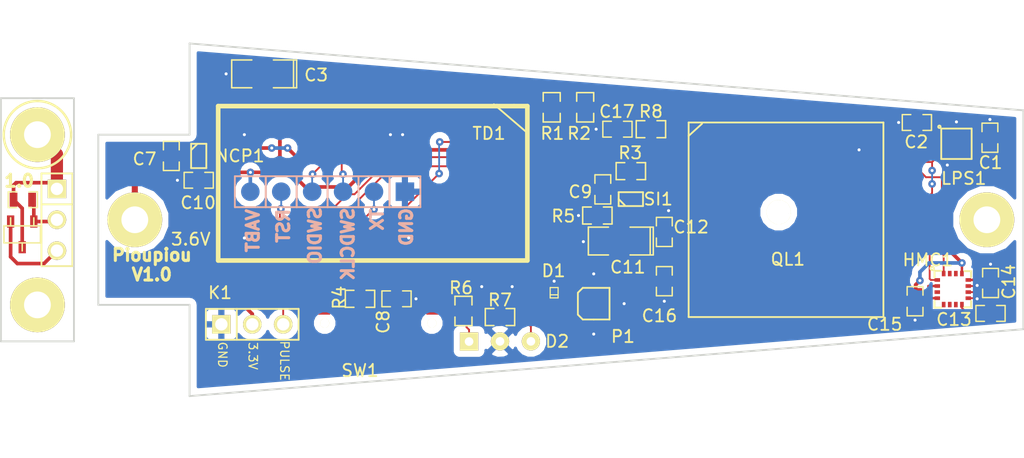
<source format=kicad_pcb>
(kicad_pcb (version 3) (host pcbnew "(2013-jul-07)-stable")

  (general
    (links 94)
    (no_connects 0)
    (area 98.924999 84.775 251.075001 144.600001)
    (thickness 1.6)
    (drawings 25)
    (tracks 373)
    (zones 0)
    (modules 44)
    (nets 28)
  )

  (page A3)
  (layers
    (15 F.Cu signal)
    (0 B.Cu signal)
    (16 B.Adhes user)
    (17 F.Adhes user)
    (18 B.Paste user)
    (19 F.Paste user)
    (20 B.SilkS user)
    (21 F.SilkS user)
    (22 B.Mask user)
    (23 F.Mask user)
    (24 Dwgs.User user)
    (25 Cmts.User user)
    (26 Eco1.User user)
    (27 Eco2.User user)
    (28 Edge.Cuts user)
  )

  (setup
    (last_trace_width 0.15)
    (user_trace_width 0.15)
    (user_trace_width 0.2)
    (user_trace_width 0.3)
    (user_trace_width 0.4)
    (user_trace_width 0.5)
    (user_trace_width 0.6)
    (user_trace_width 0.7)
    (user_trace_width 0.8)
    (user_trace_width 0.9)
    (user_trace_width 1)
    (user_trace_width 3.1)
    (user_trace_width 0.2)
    (user_trace_width 0.3)
    (user_trace_width 0.4)
    (user_trace_width 0.6)
    (user_trace_width 0.7)
    (user_trace_width 0.8)
    (user_trace_width 0.9)
    (user_trace_width 1)
    (trace_clearance 0.15)
    (zone_clearance 0.508)
    (zone_45_only no)
    (trace_min 0.1)
    (segment_width 0.2)
    (edge_width 0.15)
    (via_size 0.62)
    (via_drill 0.25)
    (via_min_size 0.6)
    (via_min_drill 0.2)
    (uvia_size 0.508)
    (uvia_drill 0.127)
    (uvias_allowed no)
    (uvia_min_size 0.508)
    (uvia_min_drill 0.127)
    (pcb_text_width 0.3)
    (pcb_text_size 1 1)
    (mod_edge_width 0.15)
    (mod_text_size 1 1)
    (mod_text_width 0.15)
    (pad_size 4.5 4.5)
    (pad_drill 2.2)
    (pad_to_mask_clearance 0)
    (aux_axis_origin 0 0)
    (visible_elements FFFFFFBF)
    (pcbplotparams
      (layerselection 283672577)
      (usegerberextensions true)
      (excludeedgelayer false)
      (linewidth 0.150000)
      (plotframeref false)
      (viasonmask false)
      (mode 1)
      (useauxorigin false)
      (hpglpennumber 1)
      (hpglpenspeed 20)
      (hpglpendiameter 15)
      (hpglpenoverlay 2)
      (psnegative false)
      (psa4output false)
      (plotreference false)
      (plotvalue false)
      (plotothertext false)
      (plotinvisibletext false)
      (padsonsilk false)
      (subtractmaskfromsilk true)
      (outputformat 1)
      (mirror false)
      (drillshape 0)
      (scaleselection 1)
      (outputdirectory prod/front/))
  )

  (net 0 "")
  (net 1 /GPSBCKP)
  (net 2 /GPSVIO)
  (net 3 /LED_GREEN)
  (net 4 /LED_RED)
  (net 5 /PULSE_SW)
  (net 6 /RF)
  (net 7 /RST)
  (net 8 /RX)
  (net 9 /SCL)
  (net 10 /SDA)
  (net 11 /SWDCLK)
  (net 12 /SWDIO)
  (net 13 /TX)
  (net 14 /USR_SW)
  (net 15 /V33)
  (net 16 /VBAT)
  (net 17 GND)
  (net 18 N-0000017)
  (net 19 N-0000021)
  (net 20 N-0000022)
  (net 21 N-0000023)
  (net 22 N-0000027)
  (net 23 N-0000028)
  (net 24 N-0000033)
  (net 25 N-0000043)
  (net 26 N-000005)
  (net 27 N-000006)

  (net_class Default "Ceci est la Netclass par défaut"
    (clearance 0.15)
    (trace_width 0.15)
    (via_dia 0.62)
    (via_drill 0.25)
    (uvia_dia 0.508)
    (uvia_drill 0.127)
    (add_net "")
    (add_net /GPSBCKP)
    (add_net /GPSVIO)
    (add_net /LED_GREEN)
    (add_net /LED_RED)
    (add_net /PULSE_SW)
    (add_net /RF)
    (add_net /RST)
    (add_net /RX)
    (add_net /SCL)
    (add_net /SDA)
    (add_net /SWDCLK)
    (add_net /SWDIO)
    (add_net /TX)
    (add_net /USR_SW)
    (add_net /V33)
    (add_net /VBAT)
    (add_net GND)
    (add_net N-0000017)
    (add_net N-0000021)
    (add_net N-0000022)
    (add_net N-0000023)
    (add_net N-0000027)
    (add_net N-0000028)
    (add_net N-0000033)
    (add_net N-0000043)
    (add_net N-000005)
    (add_net N-000006)
  )

  (module PA6H (layer F.Cu) (tedit 555DDF7A) (tstamp 552E6689)
    (at 231.5 125 180)
    (path /54FF0F72)
    (fp_text reference QL1 (at -0.15 -3.25 180) (layer F.SilkS)
      (effects (font (size 1 1) (thickness 0.15)))
    )
    (fp_text value L80 (at -0.03 5.97 180) (layer F.SilkS) hide
      (effects (font (size 1 1) (thickness 0.15)))
    )
    (fp_line (start 6.9 7.9) (end 8 6.9) (layer F.SilkS) (width 0.15))
    (fp_line (start -18 18) (end 18 18) (layer Dwgs.User) (width 0.15))
    (fp_line (start 18 18) (end 18 -18) (layer Dwgs.User) (width 0.15))
    (fp_line (start 18 -18) (end -18 -18) (layer Dwgs.User) (width 0.15))
    (fp_line (start -18 -18) (end -18 17.8) (layer Dwgs.User) (width 0.15))
    (fp_line (start 8 0) (end 8 8) (layer F.SilkS) (width 0.15))
    (fp_line (start 8 8) (end -8 8) (layer F.SilkS) (width 0.15))
    (fp_line (start -8 8) (end -8 -8) (layer F.SilkS) (width 0.15))
    (fp_line (start -8 -8) (end 8 -8) (layer F.SilkS) (width 0.15))
    (fp_line (start 8 -8) (end 8 0) (layer F.SilkS) (width 0.15))
    (pad 7 smd oval (at -7.75 -6.85 180) (size 2.5 1)
      (layers F.Cu F.Paste F.Mask)
    )
    (pad 8 smd oval (at -7.75 -4.31 180) (size 2.5 1)
      (layers F.Cu F.Paste F.Mask)
    )
    (pad 9 smd oval (at -7.75 -1.77 180) (size 2.5 1)
      (layers F.Cu F.Paste F.Mask)
    )
    (pad 10 smd oval (at -7.75 0.77 180) (size 2.5 1)
      (layers F.Cu F.Paste F.Mask)
    )
    (pad 11 smd oval (at -7.75 3.31 180) (size 2.5 1)
      (layers F.Cu F.Paste F.Mask)
    )
    (pad 12 smd oval (at -7.75 5.85 180) (size 2.5 1)
      (layers F.Cu F.Paste F.Mask)
      (net 17 GND)
    )
    (pad 6 smd oval (at 7.75 -6.85 180) (size 2.5 1)
      (layers F.Cu F.Paste F.Mask)
    )
    (pad 5 smd oval (at 7.75 -4.31 180) (size 2.5 1)
      (layers F.Cu F.Paste F.Mask)
      (net 1 /GPSBCKP)
    )
    (pad 4 smd oval (at 7.75 -1.77 180) (size 2.5 1)
      (layers F.Cu F.Paste F.Mask)
      (net 21 N-0000023)
    )
    (pad 3 smd oval (at 7.75 0.77 180) (size 2.5 1)
      (layers F.Cu F.Paste F.Mask)
      (net 17 GND)
    )
    (pad 2 smd oval (at 7.75 3.31 180) (size 2.5 1)
      (layers F.Cu F.Paste F.Mask)
      (net 19 N-0000021)
    )
    (pad 1 smd oval (at 7.75 5.85 180) (size 2.5 1)
      (layers F.Cu F.Paste F.Mask)
    )
    (pad "" np_thru_hole circle (at 0.6 0.63 180) (size 2 2) (drill 2)
      (layers *.Cu *.Mask F.SilkS)
    )
  )

  (module 1571300 (layer F.Cu) (tedit 555DDB0A) (tstamp 552E6624)
    (at 198 133.5)
    (path /547890D4)
    (fp_text reference SW1 (at -1.5 3.9) (layer F.SilkS)
      (effects (font (size 1 1) (thickness 0.15)))
    )
    (fp_text value SW_PUSH (at 0 5) (layer F.SilkS) hide
      (effects (font (size 1 1) (thickness 0.15)))
    )
    (fp_line (start -1.6 6.7) (end -1.6 4) (layer Cmts.User) (width 0.15))
    (fp_line (start -1.6 6.7) (end 0 6.7) (layer Cmts.User) (width 0.15))
    (fp_line (start 0 6.7) (end 1.6 6.7) (layer Cmts.User) (width 0.15))
    (fp_line (start 1.6 6.7) (end 1.6 4) (layer Cmts.User) (width 0.15))
    (fp_line (start 4.4 4) (end -4.4 4) (layer Cmts.User) (width 0.15))
    (pad "" np_thru_hole circle (at 4.4 0) (size 0.75 0.75) (drill 0.75)
      (layers *.Cu *.Mask F.SilkS)
    )
    (pad "" np_thru_hole circle (at -4.4 0) (size 0.75 0.75) (drill 0.75)
      (layers *.Cu *.Mask F.SilkS)
    )
    (pad "" smd rect (at 4.775 2.3) (size 1.65 2)
      (layers F.Cu F.Paste F.Mask)
    )
    (pad "" smd rect (at -4.775 2.3) (size 1.65 2)
      (layers F.Cu F.Paste F.Mask)
    )
    (pad "" smd rect (at 4.775 -1.6) (size 1.65 1.8)
      (layers F.Cu F.Paste F.Mask)
    )
    (pad "" smd rect (at -4.775 -1.6) (size 1.65 1.8)
      (layers F.Cu F.Paste F.Mask)
    )
    (pad 1 smd rect (at -2 0.75) (size 1.5 3.5)
      (layers F.Cu F.Paste F.Mask)
      (net 25 N-0000043)
    )
    (pad 2 smd rect (at 2 0.75) (size 1.5 3.5)
      (layers F.Cu F.Paste F.Mask)
      (net 17 GND)
    )
  )

  (module LPS25HB (layer F.Cu) (tedit 555DD926) (tstamp 54E368E8)
    (at 245.5 118.75)
    (path /54BA949A)
    (fp_text reference LPS1 (at 0.6 2.85) (layer F.SilkS)
      (effects (font (size 1 1) (thickness 0.15)))
    )
    (fp_text value LPS25HB (at 1.3 -10) (layer F.SilkS) hide
      (effects (font (size 1 1) (thickness 0.15)))
    )
    (fp_circle (center -1.4 -1.4) (end -1.4 -1.5) (layer F.SilkS) (width 0.15))
    (fp_line (start -1.25 -1.25) (end 1.25 -1.25) (layer F.SilkS) (width 0.15))
    (fp_line (start -1.25 1.25) (end -1.25 -1.25) (layer F.SilkS) (width 0.15))
    (fp_line (start 1.25 1.25) (end -1.25 1.25) (layer F.SilkS) (width 0.15))
    (fp_line (start 1.25 -1.25) (end 1.25 1.25) (layer F.SilkS) (width 0.15))
    (pad 8 smd rect (at 0.6 -0.92) (size 0.3 0.45)
      (layers F.Cu F.Paste F.Mask)
      (net 17 GND)
    )
    (pad 6 smd rect (at 0.92 0.3) (size 0.45 0.3)
      (layers F.Cu F.Paste F.Mask)
      (net 15 /V33)
    )
    (pad 7 smd rect (at 0.92 -0.3) (size 0.45 0.3)
      (layers F.Cu F.Paste F.Mask)
    )
    (pad 9 smd rect (at 0 -0.92) (size 0.3 0.45)
      (layers F.Cu F.Paste F.Mask)
      (net 17 GND)
    )
    (pad 10 smd rect (at -0.6 -0.92) (size 0.3 0.45)
      (layers F.Cu F.Paste F.Mask)
      (net 15 /V33)
    )
    (pad 5 smd rect (at 0.6 0.92) (size 0.3 0.45)
      (layers F.Cu F.Paste F.Mask)
      (net 15 /V33)
    )
    (pad 4 smd rect (at 0 0.92) (size 0.3 0.45)
      (layers F.Cu F.Paste F.Mask)
      (net 10 /SDA)
    )
    (pad 3 smd rect (at -0.6 0.92) (size 0.3 0.45)
      (layers F.Cu F.Paste F.Mask)
      (net 17 GND)
    )
    (pad 1 smd rect (at -0.92 -0.3) (size 0.45 0.3)
      (layers F.Cu F.Paste F.Mask)
      (net 15 /V33)
    )
    (pad 2 smd rect (at -0.92 0.3) (size 0.45 0.3)
      (layers F.Cu F.Paste F.Mask)
      (net 9 /SCL)
    )
  )

  (module HMC5883L (layer F.Cu) (tedit 555DD93C) (tstamp 54E36910)
    (at 245.2 130.7)
    (path /547EE3BF)
    (attr smd)
    (fp_text reference HMC1 (at -2.05 -2.4) (layer F.SilkS)
      (effects (font (size 1 1) (thickness 0.15)))
    )
    (fp_text value HMC5883L (at 0 2.47396) (layer F.SilkS) hide
      (effects (font (size 1 1) (thickness 0.15)))
    )
    (fp_circle (center -1.7 -1.7) (end -1.8 -1.8) (layer F.SilkS) (width 0.15))
    (fp_line (start -0.55118 0.50038) (end -0.35052 0.7493) (layer Cmts.User) (width 0.09906))
    (fp_line (start 0.8255 -0.55118) (end 0.55118 -0.22606) (layer Cmts.User) (width 0.09906))
    (fp_line (start 0.52578 -0.55118) (end 0.67564 -0.37592) (layer Cmts.User) (width 0.09906))
    (fp_line (start -0.55118 0.7493) (end -0.32512 0.50038) (layer Cmts.User) (width 0.09906))
    (fp_line (start 0.7493 0) (end 0.62484 0.14986) (layer Cmts.User) (width 0.09906))
    (fp_line (start 0.7493 0) (end 0.62484 -0.14986) (layer Cmts.User) (width 0.09906))
    (fp_circle (center 0 0) (end 0.0762 -0.09906) (layer Cmts.User) (width 0.09906))
    (fp_line (start 0 0.7493) (end -0.17526 0.55118) (layer Cmts.User) (width 0.09906))
    (fp_line (start 0 0.7493) (end 0.14986 0.55118) (layer Cmts.User) (width 0.09906))
    (fp_line (start 0 0) (end 0.7493 0) (layer Cmts.User) (width 0.09906))
    (fp_line (start 0 0) (end 0 0.7239) (layer Cmts.User) (width 0.09906))
    (fp_line (start 1.50114 -1.47574) (end 1.50114 -0.97536) (layer F.SilkS) (width 0.1524))
    (fp_line (start 1.50114 1.50114) (end 1.50114 0.97536) (layer F.SilkS) (width 0.1524))
    (fp_line (start -1.50114 -1.50114) (end -1.50114 -0.94996) (layer F.SilkS) (width 0.1524))
    (fp_line (start -1.50114 -1.50114) (end -0.94996 -1.50114) (layer F.SilkS) (width 0.1524))
    (fp_line (start -1.50114 1.524) (end -0.94996 1.524) (layer F.SilkS) (width 0.1524))
    (fp_line (start -1.50114 1.50114) (end -1.50114 0.97536) (layer F.SilkS) (width 0.1524))
    (fp_line (start 1.50114 1.50114) (end 0.94996 1.50114) (layer F.SilkS) (width 0.1524))
    (fp_line (start 1.50114 -1.47574) (end 0.94996 -1.47574) (layer F.SilkS) (width 0.1524))
    (pad 2 smd rect (at -1.275 -0.25) (size 0.45 0.3)
      (layers F.Cu F.Paste F.Mask)
      (net 15 /V33)
    )
    (pad 1 smd rect (at -1.275 -0.75) (size 0.45 0.3)
      (layers F.Cu F.Paste F.Mask)
      (net 9 /SCL)
    )
    (pad 3 smd rect (at -1.275 0.25) (size 0.45 0.3)
      (layers F.Cu F.Paste F.Mask)
    )
    (pad 4 smd rect (at -1.275 0.75) (size 0.45 0.3)
      (layers F.Cu F.Paste F.Mask)
      (net 15 /V33)
    )
    (pad 11 smd rect (at 1.275 -0.25) (size 0.45 0.3)
      (layers F.Cu F.Paste F.Mask)
      (net 17 GND)
    )
    (pad 12 smd rect (at 1.275 -0.75) (size 0.45 0.3)
      (layers F.Cu F.Paste F.Mask)
      (net 24 N-0000033)
    )
    (pad 10 smd rect (at 1.275 0.25) (size 0.45 0.3)
      (layers F.Cu F.Paste F.Mask)
      (net 22 N-0000027)
    )
    (pad 9 smd rect (at 1.275 0.75) (size 0.45 0.3)
      (layers F.Cu F.Paste F.Mask)
      (net 17 GND)
    )
    (pad 6 smd rect (at -0.25 1.275 90) (size 0.45 0.3)
      (layers F.Cu F.Paste F.Mask)
    )
    (pad 7 smd rect (at 0.25 1.275 90) (size 0.45 0.3)
      (layers F.Cu F.Paste F.Mask)
    )
    (pad 8 smd rect (at 0.75 1.275 90) (size 0.45 0.3)
      (layers F.Cu F.Paste F.Mask)
      (net 23 N-0000028)
    )
    (pad 5 smd rect (at -0.75 1.275 90) (size 0.45 0.3)
      (layers F.Cu F.Paste F.Mask)
    )
    (pad 13 smd rect (at 0.75 -1.275 90) (size 0.45 0.3)
      (layers F.Cu F.Paste F.Mask)
      (net 15 /V33)
    )
    (pad 14 smd rect (at 0.25 -1.275 90) (size 0.45 0.3)
      (layers F.Cu F.Paste F.Mask)
    )
    (pad 15 smd rect (at -0.25 -1.275 90) (size 0.45 0.3)
      (layers F.Cu F.Paste F.Mask)
    )
    (pad 16 smd rect (at -0.75 -1.275 90) (size 0.45 0.3)
      (layers F.Cu F.Paste F.Mask)
      (net 10 /SDA)
    )
  )

  (module NCP4681 (layer F.Cu) (tedit 555DD71C) (tstamp 55022F8C)
    (at 183.25 119.75)
    (path /54E1C516)
    (fp_text reference NCP1 (at 3.4 0) (layer F.SilkS)
      (effects (font (size 1 1) (thickness 0.15)))
    )
    (fp_text value NCP4681 (at -9.7 -1.3) (layer F.SilkS) hide
      (effects (font (size 1 1) (thickness 0.15)))
    )
    (fp_line (start -0.6 -0.5) (end -0.1 -1) (layer F.SilkS) (width 0.15))
    (fp_line (start -0.625 1) (end 0.625 1) (layer F.SilkS) (width 0.15))
    (fp_line (start -0.625 -1) (end 0.625 -1) (layer F.SilkS) (width 0.15))
    (fp_line (start 0.625 1) (end 0.625 -1) (layer F.SilkS) (width 0.15))
    (fp_line (start -0.625 -1) (end -0.625 1) (layer F.SilkS) (width 0.15))
    (pad 5 smd rect (at 0.95 -0.65) (size 0.5 0.4)
      (layers F.Cu F.Paste F.Mask)
      (net 16 /VBAT)
    )
    (pad 4 smd rect (at 0.95 0.65) (size 0.5 0.4)
      (layers F.Cu F.Paste F.Mask)
      (net 15 /V33)
    )
    (pad 1 smd rect (at -0.95 -0.65) (size 0.5 0.4)
      (layers F.Cu F.Paste F.Mask)
      (net 16 /VBAT)
    )
    (pad 2 smd rect (at -0.95 0) (size 0.5 0.4)
      (layers F.Cu F.Paste F.Mask)
    )
    (pad 3 smd rect (at -0.95 0.65) (size 0.5 0.4)
      (layers F.Cu F.Paste F.Mask)
      (net 17 GND)
    )
  )

  (module si1865dl (layer F.Cu) (tedit 555DD6D0) (tstamp 551AB970)
    (at 218.75 123.3 180)
    (path /54FF191B)
    (fp_text reference SI1 (at -2.25 0 180) (layer F.SilkS)
      (effects (font (size 1 1) (thickness 0.15)))
    )
    (fp_text value SI1865DL (at 9.1 -2.3 180) (layer F.SilkS) hide
      (effects (font (size 1 1) (thickness 0.15)))
    )
    (fp_line (start 1 0) (end 0.5 -0.5) (layer F.SilkS) (width 0.15))
    (fp_line (start 1 -0.571) (end 1 0.571) (layer F.SilkS) (width 0.15))
    (fp_line (start -1 -0.571) (end -1 0.571) (layer F.SilkS) (width 0.15))
    (fp_line (start -1 0.571) (end 1 0.571) (layer F.SilkS) (width 0.15))
    (fp_line (start -1 -0.571) (end 1 -0.571) (layer F.SilkS) (width 0.15))
    (pad 5 smd rect (at 0 0.895 180) (size 0.385 0.648)
      (layers F.Cu F.Paste F.Mask)
      (net 2 /GPSVIO)
    )
    (pad 2 smd rect (at 0 -0.895 180) (size 0.385 0.648)
      (layers F.Cu F.Paste F.Mask)
      (net 21 N-0000023)
    )
    (pad 1 smd rect (at 0.648 -0.895 180) (size 0.385 0.648)
      (layers F.Cu F.Paste F.Mask)
      (net 18 N-0000017)
    )
    (pad 3 smd rect (at -0.648 -0.895 180) (size 0.385 0.648)
      (layers F.Cu F.Paste F.Mask)
      (net 21 N-0000023)
    )
    (pad 6 smd rect (at 0.648 0.895 180) (size 0.385 0.648)
      (layers F.Cu F.Paste F.Mask)
      (net 20 N-0000022)
    )
    (pad 4 smd rect (at -0.648 0.895 180) (size 0.385 0.648)
      (layers F.Cu F.Paste F.Mask)
      (net 16 /VBAT)
    )
  )

  (module VIS_BATTERIE (layer F.Cu) (tedit 555DDED1) (tstamp 552F6FDF)
    (at 213 125)
    (path /532DC760)
    (fp_text reference BT1 (at -30.85 -0.1) (layer F.SilkS) hide
      (effects (font (size 1 1) (thickness 0.15)))
    )
    (fp_text value 3.6V (at -30.4 1.6) (layer F.SilkS)
      (effects (font (size 1 1) (thickness 0.15)))
    )
    (pad 1 thru_hole circle (at -35 0) (size 4.5 4.5) (drill 2.2)
      (layers *.Cu *.Mask F.SilkS)
      (net 16 /VBAT)
    )
    (pad "" thru_hole circle (at 35 0) (size 4.5 4.5) (drill 2.2)
      (layers *.Cu *.Mask F.SilkS)
    )
  )

  (module TD1208 (layer F.Cu) (tedit 555DD336) (tstamp 552E66AE)
    (at 209 128.5 180)
    (path /54E3097F)
    (fp_text reference TD1 (at 1.9 10.6 180) (layer F.SilkS)
      (effects (font (size 1 1) (thickness 0.15)))
    )
    (fp_text value TD1208 (at -8.6 24.2 180) (layer F.SilkS) hide
      (effects (font (size 1.524 1.524) (thickness 0.3048)))
    )
    (fp_line (start -1.3 10.6) (end 1.5 13) (layer F.SilkS) (width 0.15))
    (fp_line (start -1.24968 12.84986) (end -1.24968 0.14986) (layer F.SilkS) (width 0.381))
    (fp_line (start -1.24968 0.14986) (end 24.15032 0.14986) (layer F.SilkS) (width 0.381))
    (fp_line (start -0.14986 12.84986) (end -1.24968 12.84986) (layer F.SilkS) (width 0.381))
    (fp_line (start 24.15032 12.84986) (end 1.24968 12.84986) (layer F.SilkS) (width 0.381))
    (fp_line (start 1.24968 12.84986) (end -0.14986 12.84986) (layer F.SilkS) (width 0.381))
    (fp_line (start 24.15032 0.14986) (end 24.15032 12.84986) (layer F.SilkS) (width 0.381))
    (fp_circle (center 1.95072 2.64922) (end 1.95072 4.699) (layer Dwgs.User) (width 0.381))
    (pad 1 smd rect (at 8.92048 12.49934 180) (size 0.889 2.60096)
      (layers F.Cu F.Paste F.Mask)
      (net 17 GND)
    )
    (pad 4 smd rect (at 12.73048 12.49934 180) (size 0.889 2.60096)
      (layers F.Cu F.Paste F.Mask)
    )
    (pad 3 smd rect (at 11.46048 12.49934 180) (size 0.889 2.60096)
      (layers F.Cu F.Paste F.Mask)
    )
    (pad 2 smd rect (at 10.19048 12.49934 180) (size 0.889 2.60096)
      (layers F.Cu F.Paste F.Mask)
      (net 17 GND)
    )
    (pad 6 smd rect (at 15.27048 12.49934 180) (size 0.889 2.60096)
      (layers F.Cu F.Paste F.Mask)
      (net 12 /SWDIO)
    )
    (pad 7 smd rect (at 16.54048 12.49934 180) (size 0.889 2.60096)
      (layers F.Cu F.Paste F.Mask)
      (net 10 /SDA)
    )
    (pad 8 smd rect (at 17.81048 12.49934 180) (size 0.889 2.60096)
      (layers F.Cu F.Paste F.Mask)
      (net 9 /SCL)
    )
    (pad 5 smd rect (at 14.00048 12.49934 180) (size 0.889 2.60096)
      (layers F.Cu F.Paste F.Mask)
      (net 11 /SWDCLK)
    )
    (pad 11 smd rect (at 21.62048 12.49934 180) (size 0.889 2.60096)
      (layers F.Cu F.Paste F.Mask)
      (net 17 GND)
    )
    (pad 10 smd rect (at 20.35048 12.49934 180) (size 0.889 2.60096)
      (layers F.Cu F.Paste F.Mask)
    )
    (pad 9 smd rect (at 19.08048 12.49934 180) (size 0.889 2.60096)
      (layers F.Cu F.Paste F.Mask)
      (net 15 /V33)
    )
    (pad 14 smd rect (at 19.08048 0 180) (size 0.889 2.60096)
      (layers F.Cu F.Paste F.Mask)
      (net 7 /RST)
    )
    (pad 13 smd rect (at 20.35048 0 180) (size 0.889 2.60096)
      (layers F.Cu F.Paste F.Mask)
      (net 5 /PULSE_SW)
    )
    (pad 12 smd rect (at 21.62048 0 180) (size 0.889 2.60096)
      (layers F.Cu F.Paste F.Mask)
      (net 17 GND)
    )
    (pad 18 smd rect (at 14.00048 0 180) (size 0.889 2.60096)
      (layers F.Cu F.Paste F.Mask)
      (net 13 /TX)
    )
    (pad 15 smd rect (at 17.81048 0 180) (size 0.889 2.60096)
      (layers F.Cu F.Paste F.Mask)
      (net 14 /USR_SW)
    )
    (pad 16 smd rect (at 16.54048 0 180) (size 0.889 2.60096)
      (layers F.Cu F.Paste F.Mask)
      (net 2 /GPSVIO)
    )
    (pad 17 smd rect (at 15.27048 0 180) (size 0.889 2.60096)
      (layers F.Cu F.Paste F.Mask)
      (net 1 /GPSBCKP)
    )
    (pad 21 smd rect (at 10.19048 0 180) (size 0.889 2.60096)
      (layers F.Cu F.Paste F.Mask)
      (net 4 /LED_RED)
    )
    (pad 20 smd rect (at 11.46048 0 180) (size 0.889 2.60096)
      (layers F.Cu F.Paste F.Mask)
      (net 3 /LED_GREEN)
    )
    (pad 19 smd rect (at 12.73048 0 180) (size 0.889 2.60096)
      (layers F.Cu F.Paste F.Mask)
      (net 8 /RX)
    )
    (pad 22 smd rect (at 8.92048 0 180) (size 0.889 2.60096)
      (layers F.Cu F.Paste F.Mask)
      (net 17 GND)
    )
    (pad 23 smd rect (at 2.54 0 180) (size 0.889 2.60096)
      (layers F.Cu F.Paste F.Mask)
      (net 17 GND)
    )
    (pad 24 smd rect (at 1.27 0 180) (size 0.889 2.60096)
      (layers F.Cu F.Paste F.Mask)
      (net 6 /RF)
    )
    (pad 25 smd rect (at 0 0 180) (size 0.889 2.60096)
      (layers F.Cu F.Paste F.Mask)
      (net 17 GND)
    )
  )

  (module UFL (layer F.Cu) (tedit 555DD290) (tstamp 5550D890)
    (at 215.7 131.9 180)
    (path /54FEE4FE)
    (fp_text reference P1 (at -2.4 -2.7 180) (layer F.SilkS)
      (effects (font (size 1 1) (thickness 0.15)))
    )
    (fp_text value CONN_2 (at 7.5 8.5 180) (layer F.SilkS) hide
      (effects (font (size 1 1) (thickness 0.15)))
    )
    (fp_line (start 0 -1.3) (end 0.9 -1.3) (layer F.SilkS) (width 0.15))
    (fp_line (start 0.9 -1.3) (end 1.3 -0.9) (layer F.SilkS) (width 0.15))
    (fp_line (start 1.3 -0.9) (end 1.3 0.9) (layer F.SilkS) (width 0.15))
    (fp_line (start 1.3 0.9) (end 0.9 1.3) (layer F.SilkS) (width 0.15))
    (fp_line (start 0.9 1.3) (end -1.3 1.3) (layer F.SilkS) (width 0.15))
    (fp_line (start -1.3 1.3) (end -1.3 -1.3) (layer F.SilkS) (width 0.15))
    (fp_line (start -1.3 -1.3) (end 0 -1.3) (layer F.SilkS) (width 0.15))
    (pad 2 smd rect (at 0 -1.475 180) (size 2.2 1.05)
      (layers F.Cu F.Paste F.Mask)
      (net 17 GND)
    )
    (pad 2 smd rect (at 0 1.475 180) (size 2.2 1.05)
      (layers F.Cu F.Paste F.Mask)
      (net 17 GND)
    )
    (pad 2 smd rect (at -1.525 0 180) (size 1.05 1)
      (layers F.Cu F.Paste F.Mask)
      (net 17 GND)
    )
    (pad 1 smd rect (at 1.525 0 180) (size 1.05 1)
      (layers F.Cu F.Paste F.Mask)
      (net 6 /RF)
    )
  )

  (module PIN_ARRAY_1 (layer B.Cu) (tedit 551BDD50) (tstamp 551AD5C5)
    (at 187.49 122.69)
    (descr "1 pin")
    (tags "CONN DEV")
    (path /5339947A)
    (fp_text reference P3 (at 0 1.905) (layer B.SilkS) hide
      (effects (font (size 1 1) (thickness 0.15)) (justify mirror))
    )
    (fp_text value CONN_1 (at 0 1.905) (layer B.SilkS) hide
      (effects (font (size 0.762 0.762) (thickness 0.1524)) (justify mirror))
    )
    (fp_line (start 1.27 -1.27) (end -1.27 -1.27) (layer B.SilkS) (width 0.1524))
    (fp_line (start -1.27 1.27) (end 1.27 1.27) (layer B.SilkS) (width 0.1524))
    (fp_line (start -1.27 -1.27) (end -1.27 1.27) (layer B.SilkS) (width 0.1524))
    (fp_line (start 1.27 1.27) (end 1.27 -1.27) (layer B.SilkS) (width 0.1524))
    (pad 1 smd circle (at 0 0) (size 1.524 1.524)
      (layers B.Cu B.Mask)
      (net 15 /V33)
    )
    (model pin_array\pin_1.wrl
      (at (xyz 0 0 0))
      (scale (xyz 1 1 1))
      (rotate (xyz 0 0 0))
    )
  )

  (module PIN_ARRAY_1 (layer B.Cu) (tedit 551BDD38) (tstamp 551AD5A7)
    (at 197.65 122.69)
    (descr "1 pin")
    (tags "CONN DEV")
    (path /533994C5)
    (fp_text reference P8 (at 0 1.905) (layer B.SilkS) hide
      (effects (font (size 1 1) (thickness 0.15)) (justify mirror))
    )
    (fp_text value CONN_1 (at 0 1.905) (layer B.SilkS) hide
      (effects (font (size 0.762 0.762) (thickness 0.1524)) (justify mirror))
    )
    (fp_line (start 1.27 -1.27) (end -1.27 -1.27) (layer B.SilkS) (width 0.1524))
    (fp_line (start -1.27 1.27) (end 1.27 1.27) (layer B.SilkS) (width 0.1524))
    (fp_line (start -1.27 -1.27) (end -1.27 1.27) (layer B.SilkS) (width 0.1524))
    (fp_line (start 1.27 1.27) (end 1.27 -1.27) (layer B.SilkS) (width 0.1524))
    (pad 1 smd circle (at 0 0) (size 1.524 1.524)
      (layers B.Cu B.Mask)
      (net 13 /TX)
    )
    (model pin_array\pin_1.wrl
      (at (xyz 0 0 0))
      (scale (xyz 1 1 1))
      (rotate (xyz 0 0 0))
    )
  )

  (module PIN_ARRAY_1 (layer B.Cu) (tedit 551BDD32) (tstamp 551AD575)
    (at 200.19 122.69)
    (descr "1 pin")
    (tags "CONN DEV")
    (path /533994B6)
    (fp_text reference P7 (at 0 1.905) (layer B.SilkS) hide
      (effects (font (size 1 1) (thickness 0.15)) (justify mirror))
    )
    (fp_text value CONN_1 (at 0 1.905) (layer B.SilkS) hide
      (effects (font (size 0.762 0.762) (thickness 0.1524)) (justify mirror))
    )
    (fp_line (start 1.27 -1.27) (end -1.27 -1.27) (layer B.SilkS) (width 0.1524))
    (fp_line (start -1.27 1.27) (end 1.27 1.27) (layer B.SilkS) (width 0.1524))
    (fp_line (start -1.27 -1.27) (end -1.27 1.27) (layer B.SilkS) (width 0.1524))
    (fp_line (start 1.27 1.27) (end 1.27 -1.27) (layer B.SilkS) (width 0.1524))
    (pad 1 smd rect (at 0 0) (size 1.524 1.524)
      (layers B.Cu B.Mask)
      (net 17 GND)
    )
    (model pin_array\pin_1.wrl
      (at (xyz 0 0 0))
      (scale (xyz 1 1 1))
      (rotate (xyz 0 0 0))
    )
  )

  (module PIN_ARRAY_1 (layer B.Cu) (tedit 551BDD48) (tstamp 551AD5D9)
    (at 190.03 122.69)
    (descr "1 pin")
    (tags "CONN DEV")
    (path /533994A7)
    (fp_text reference P6 (at 0 1.905) (layer B.SilkS) hide
      (effects (font (size 1 1) (thickness 0.15)) (justify mirror))
    )
    (fp_text value CONN_1 (at 0 1.905) (layer B.SilkS) hide
      (effects (font (size 0.762 0.762) (thickness 0.1524)) (justify mirror))
    )
    (fp_line (start 1.27 -1.27) (end -1.27 -1.27) (layer B.SilkS) (width 0.1524))
    (fp_line (start -1.27 1.27) (end 1.27 1.27) (layer B.SilkS) (width 0.1524))
    (fp_line (start -1.27 -1.27) (end -1.27 1.27) (layer B.SilkS) (width 0.1524))
    (fp_line (start 1.27 1.27) (end 1.27 -1.27) (layer B.SilkS) (width 0.1524))
    (pad 1 smd circle (at 0 0) (size 1.524 1.524)
      (layers B.Cu B.Mask)
      (net 7 /RST)
    )
    (model pin_array\pin_1.wrl
      (at (xyz 0 0 0))
      (scale (xyz 1 1 1))
      (rotate (xyz 0 0 0))
    )
  )

  (module PIN_ARRAY_1 (layer B.Cu) (tedit 551BDD3C) (tstamp 551AD589)
    (at 195.11 122.69)
    (descr "1 pin")
    (tags "CONN DEV")
    (path /53399498)
    (fp_text reference P5 (at 0 1.905) (layer B.SilkS) hide
      (effects (font (size 1 1) (thickness 0.15)) (justify mirror))
    )
    (fp_text value CONN_1 (at 0 1.905) (layer B.SilkS) hide
      (effects (font (size 0.762 0.762) (thickness 0.1524)) (justify mirror))
    )
    (fp_line (start 1.27 -1.27) (end -1.27 -1.27) (layer B.SilkS) (width 0.1524))
    (fp_line (start -1.27 1.27) (end 1.27 1.27) (layer B.SilkS) (width 0.1524))
    (fp_line (start -1.27 -1.27) (end -1.27 1.27) (layer B.SilkS) (width 0.1524))
    (fp_line (start 1.27 1.27) (end 1.27 -1.27) (layer B.SilkS) (width 0.1524))
    (pad 1 smd circle (at 0 0) (size 1.524 1.524)
      (layers B.Cu B.Mask)
      (net 11 /SWDCLK)
    )
    (model pin_array\pin_1.wrl
      (at (xyz 0 0 0))
      (scale (xyz 1 1 1))
      (rotate (xyz 0 0 0))
    )
  )

  (module PIN_ARRAY_1 (layer B.Cu) (tedit 551BDD42) (tstamp 551AD593)
    (at 192.57 122.69)
    (descr "1 pin")
    (tags "CONN DEV")
    (path /53399489)
    (fp_text reference P4 (at 0 1.905) (layer B.SilkS) hide
      (effects (font (size 1 1) (thickness 0.15)) (justify mirror))
    )
    (fp_text value CONN_1 (at 0 1.905) (layer B.SilkS) hide
      (effects (font (size 0.762 0.762) (thickness 0.1524)) (justify mirror))
    )
    (fp_line (start 1.27 -1.27) (end -1.27 -1.27) (layer B.SilkS) (width 0.1524))
    (fp_line (start -1.27 1.27) (end 1.27 1.27) (layer B.SilkS) (width 0.1524))
    (fp_line (start -1.27 -1.27) (end -1.27 1.27) (layer B.SilkS) (width 0.1524))
    (fp_line (start 1.27 1.27) (end 1.27 -1.27) (layer B.SilkS) (width 0.1524))
    (pad 1 smd circle (at 0 0) (size 1.524 1.524)
      (layers B.Cu B.Mask)
      (net 12 /SWDIO)
    )
    (model pin_array\pin_1.wrl
      (at (xyz 0 0 0))
      (scale (xyz 1 1 1))
      (rotate (xyz 0 0 0))
    )
  )

  (module LTL1led (layer F.Cu) (tedit 555DD3C5) (tstamp 552E6612)
    (at 208 135 180)
    (path /54FEDBFE)
    (fp_text reference D2 (at -4.7 0 180) (layer F.SilkS)
      (effects (font (size 1 1) (thickness 0.15)))
    )
    (fp_text value LTL1BEKVJNN (at 4.1 5.5 180) (layer F.SilkS) hide
      (effects (font (size 1 1) (thickness 0.15)))
    )
    (pad 2 thru_hole circle (at 0 0 180) (size 1.5 1.5) (drill 0.7071)
      (layers *.Cu *.Mask F.SilkS)
      (net 17 GND)
    )
    (pad 1 thru_hole rect (at 2.54 -0.01524 180) (size 1.5 1.5) (drill 0.7071)
      (layers *.Cu *.Mask F.SilkS)
      (net 27 N-000006)
    )
    (pad 3 thru_hole circle (at -2.54 0 180) (size 1.5 1.5) (drill 0.7071)
      (layers *.Cu *.Mask F.SilkS)
      (net 26 N-000005)
    )
  )

  (module sod923 (layer F.Cu) (tedit 555DD06B) (tstamp 54E367ED)
    (at 212.45 131 90)
    (path /547936B8)
    (fp_text reference D1 (at 1.8 -0.05 180) (layer F.SilkS)
      (effects (font (size 1 1) (thickness 0.15)))
    )
    (fp_text value ESD9R3.3ST5G (at 0.01 1.55 90) (layer F.SilkS) hide
      (effects (font (size 1 1) (thickness 0.15)))
    )
    (fp_line (start -0.17 -0.33) (end -0.17 0.31) (layer F.SilkS) (width 0.1))
    (fp_line (start 0.425 -0.325) (end 0.425 0.325) (layer F.SilkS) (width 0.1))
    (fp_line (start 0.425 0.325) (end -0.425 0.325) (layer F.SilkS) (width 0.1))
    (fp_line (start -0.425 0.325) (end -0.425 -0.325) (layer F.SilkS) (width 0.1))
    (fp_line (start -0.425 -0.325) (end 0.425 -0.325) (layer F.SilkS) (width 0.1))
    (pad 1 smd rect (at -0.42 0 90) (size 0.36 0.25)
      (layers F.Cu F.Paste F.Mask)
      (net 6 /RF)
    )
    (pad 2 smd rect (at 0.42 0 90) (size 0.36 0.25)
      (layers F.Cu F.Paste F.Mask)
      (net 17 GND)
    )
  )

  (module PIN_ARRAY_3X1 (layer F.Cu) (tedit 555DD528) (tstamp 555DD5FE)
    (at 187.65 133.6)
    (descr "Connecteur 3 pins")
    (tags "CONN DEV")
    (path /5501A2DA)
    (fp_text reference K1 (at -2.65 -2.6) (layer F.SilkS)
      (effects (font (size 1 1) (thickness 0.15)))
    )
    (fp_text value CONN_3 (at 0 -2.159) (layer F.SilkS) hide
      (effects (font (size 1.016 1.016) (thickness 0.1524)))
    )
    (fp_line (start -3.81 1.27) (end -3.81 -1.27) (layer F.SilkS) (width 0.1524))
    (fp_line (start -3.81 -1.27) (end 3.81 -1.27) (layer F.SilkS) (width 0.1524))
    (fp_line (start 3.81 -1.27) (end 3.81 1.27) (layer F.SilkS) (width 0.1524))
    (fp_line (start 3.81 1.27) (end -3.81 1.27) (layer F.SilkS) (width 0.1524))
    (fp_line (start -1.27 -1.27) (end -1.27 1.27) (layer F.SilkS) (width 0.1524))
    (pad 1 thru_hole rect (at -2.54 0) (size 1.524 1.524) (drill 1.016)
      (layers *.Cu *.Mask F.SilkS)
      (net 17 GND)
    )
    (pad 2 thru_hole circle (at 0 0) (size 1.524 1.524) (drill 1.016)
      (layers *.Cu *.Mask F.SilkS)
      (net 15 /V33)
    )
    (pad 3 thru_hole circle (at 2.54 0) (size 1.524 1.524) (drill 1.016)
      (layers *.Cu *.Mask F.SilkS)
      (net 5 /PULSE_SW)
    )
    (model pin_array/pins_array_3x1.wrl
      (at (xyz 0 0 0))
      (scale (xyz 1 1 1))
      (rotate (xyz 0 0 0))
    )
  )

  (module SM0603_Resistor (layer F.Cu) (tedit 555DD145) (tstamp 5550D3BE)
    (at 220.4 117.55 180)
    (path /5550D02C)
    (attr smd)
    (fp_text reference R8 (at 0 1.45 180) (layer F.SilkS)
      (effects (font (size 1 1) (thickness 0.15)))
    )
    (fp_text value R (at -1.69926 0 270) (layer F.SilkS) hide
      (effects (font (size 0.508 0.4572) (thickness 0.1143)))
    )
    (fp_line (start -0.50038 -0.6985) (end -1.2065 -0.6985) (layer F.SilkS) (width 0.127))
    (fp_line (start -1.2065 -0.6985) (end -1.2065 0.6985) (layer F.SilkS) (width 0.127))
    (fp_line (start -1.2065 0.6985) (end -0.50038 0.6985) (layer F.SilkS) (width 0.127))
    (fp_line (start 1.2065 -0.6985) (end 0.50038 -0.6985) (layer F.SilkS) (width 0.127))
    (fp_line (start 1.2065 -0.6985) (end 1.2065 0.6985) (layer F.SilkS) (width 0.127))
    (fp_line (start 1.2065 0.6985) (end 0.50038 0.6985) (layer F.SilkS) (width 0.127))
    (pad 1 smd rect (at -0.762 0 180) (size 0.635 1.143)
      (layers F.Cu F.Paste F.Mask)
      (net 19 N-0000021)
    )
    (pad 2 smd rect (at 0.762 0 180) (size 0.635 1.143)
      (layers F.Cu F.Paste F.Mask)
      (net 8 /RX)
    )
    (model smd\resistors\R0603.wrl
      (at (xyz 0 0 0.001))
      (scale (xyz 0.5 0.5 0.5))
      (rotate (xyz 0 0 0))
    )
  )

  (module SM0603_Capa (layer F.Cu) (tedit 555DD141) (tstamp 5550D3EE)
    (at 217.65 117.55 180)
    (path /5550D01D)
    (attr smd)
    (fp_text reference C17 (at 0.05 1.45 180) (layer F.SilkS)
      (effects (font (size 1 1) (thickness 0.15)))
    )
    (fp_text value C (at -1.651 0 270) (layer F.SilkS) hide
      (effects (font (size 0.508 0.4572) (thickness 0.1143)))
    )
    (fp_line (start 0.50038 0.65024) (end 1.19888 0.65024) (layer F.SilkS) (width 0.11938))
    (fp_line (start -0.50038 0.65024) (end -1.19888 0.65024) (layer F.SilkS) (width 0.11938))
    (fp_line (start 0.50038 -0.65024) (end 1.19888 -0.65024) (layer F.SilkS) (width 0.11938))
    (fp_line (start -1.19888 -0.65024) (end -0.50038 -0.65024) (layer F.SilkS) (width 0.11938))
    (fp_line (start 1.19888 -0.635) (end 1.19888 0.635) (layer F.SilkS) (width 0.11938))
    (fp_line (start -1.19888 0.635) (end -1.19888 -0.635) (layer F.SilkS) (width 0.11938))
    (pad 1 smd rect (at -0.762 0 180) (size 0.635 1.143)
      (layers F.Cu F.Paste F.Mask)
      (net 8 /RX)
    )
    (pad 2 smd rect (at 0.762 0 180) (size 0.635 1.143)
      (layers F.Cu F.Paste F.Mask)
      (net 17 GND)
    )
    (model smd\capacitors\C0603.wrl
      (at (xyz 0 0 0.001))
      (scale (xyz 0.5 0.5 0.5))
      (rotate (xyz 0 0 0))
    )
  )

  (module SM0603_Capa (layer F.Cu) (tedit 555DD7D4) (tstamp 54F130F1)
    (at 248.3 132.7)
    (path /532DA64D)
    (attr smd)
    (fp_text reference C13 (at -3 0.5) (layer F.SilkS)
      (effects (font (size 1 1) (thickness 0.15)))
    )
    (fp_text value 220nF (at -1.651 0 90) (layer F.SilkS) hide
      (effects (font (size 0.508 0.4572) (thickness 0.1143)))
    )
    (fp_line (start 0.50038 0.65024) (end 1.19888 0.65024) (layer F.SilkS) (width 0.11938))
    (fp_line (start -0.50038 0.65024) (end -1.19888 0.65024) (layer F.SilkS) (width 0.11938))
    (fp_line (start 0.50038 -0.65024) (end 1.19888 -0.65024) (layer F.SilkS) (width 0.11938))
    (fp_line (start -1.19888 -0.65024) (end -0.50038 -0.65024) (layer F.SilkS) (width 0.11938))
    (fp_line (start 1.19888 -0.635) (end 1.19888 0.635) (layer F.SilkS) (width 0.11938))
    (fp_line (start -1.19888 0.635) (end -1.19888 -0.635) (layer F.SilkS) (width 0.11938))
    (pad 1 smd rect (at -0.762 0) (size 0.635 1.143)
      (layers F.Cu F.Paste F.Mask)
      (net 23 N-0000028)
    )
    (pad 2 smd rect (at 0.762 0) (size 0.635 1.143)
      (layers F.Cu F.Paste F.Mask)
      (net 24 N-0000033)
    )
    (model smd\capacitors\C0603.wrl
      (at (xyz 0 0 0.001))
      (scale (xyz 0.5 0.5 0.5))
      (rotate (xyz 0 0 0))
    )
  )

  (module SM0603_Capa (layer F.Cu) (tedit 555DD7D8) (tstamp 54E3676F)
    (at 242.1 131.7 270)
    (path /532DA592)
    (attr smd)
    (fp_text reference C15 (at 1.9 2.5 360) (layer F.SilkS)
      (effects (font (size 1 1) (thickness 0.15)))
    )
    (fp_text value 100nF (at -1.651 0 360) (layer F.SilkS) hide
      (effects (font (size 0.508 0.4572) (thickness 0.1143)))
    )
    (fp_line (start 0.50038 0.65024) (end 1.19888 0.65024) (layer F.SilkS) (width 0.11938))
    (fp_line (start -0.50038 0.65024) (end -1.19888 0.65024) (layer F.SilkS) (width 0.11938))
    (fp_line (start 0.50038 -0.65024) (end 1.19888 -0.65024) (layer F.SilkS) (width 0.11938))
    (fp_line (start -1.19888 -0.65024) (end -0.50038 -0.65024) (layer F.SilkS) (width 0.11938))
    (fp_line (start 1.19888 -0.635) (end 1.19888 0.635) (layer F.SilkS) (width 0.11938))
    (fp_line (start -1.19888 0.635) (end -1.19888 -0.635) (layer F.SilkS) (width 0.11938))
    (pad 1 smd rect (at -0.762 0 270) (size 0.635 1.143)
      (layers F.Cu F.Paste F.Mask)
      (net 15 /V33)
    )
    (pad 2 smd rect (at 0.762 0 270) (size 0.635 1.143)
      (layers F.Cu F.Paste F.Mask)
      (net 17 GND)
    )
    (model smd\capacitors\C0603.wrl
      (at (xyz 0 0 0.001))
      (scale (xyz 0.5 0.5 0.5))
      (rotate (xyz 0 0 0))
    )
  )

  (module SM0603_Resistor (layer F.Cu) (tedit 555DD062) (tstamp 55005BA2)
    (at 208 133)
    (path /55004E7E)
    (attr smd)
    (fp_text reference R7 (at 0 -1.4) (layer F.SilkS)
      (effects (font (size 1 1) (thickness 0.15)))
    )
    (fp_text value 100 (at -1.69926 0 90) (layer F.SilkS) hide
      (effects (font (size 0.508 0.4572) (thickness 0.1143)))
    )
    (fp_line (start -0.50038 -0.6985) (end -1.2065 -0.6985) (layer F.SilkS) (width 0.127))
    (fp_line (start -1.2065 -0.6985) (end -1.2065 0.6985) (layer F.SilkS) (width 0.127))
    (fp_line (start -1.2065 0.6985) (end -0.50038 0.6985) (layer F.SilkS) (width 0.127))
    (fp_line (start 1.2065 -0.6985) (end 0.50038 -0.6985) (layer F.SilkS) (width 0.127))
    (fp_line (start 1.2065 -0.6985) (end 1.2065 0.6985) (layer F.SilkS) (width 0.127))
    (fp_line (start 1.2065 0.6985) (end 0.50038 0.6985) (layer F.SilkS) (width 0.127))
    (pad 1 smd rect (at -0.762 0) (size 0.635 1.143)
      (layers F.Cu F.Paste F.Mask)
      (net 4 /LED_RED)
    )
    (pad 2 smd rect (at 0.762 0) (size 0.635 1.143)
      (layers F.Cu F.Paste F.Mask)
      (net 26 N-000005)
    )
    (model smd\resistors\R0603.wrl
      (at (xyz 0 0 0.001))
      (scale (xyz 0.5 0.5 0.5))
      (rotate (xyz 0 0 0))
    )
  )

  (module SM0603_Capa (layer F.Cu) (tedit 555DD820) (tstamp 55005BAC)
    (at 183.25 121.75 180)
    (path /54E1C8D2)
    (attr smd)
    (fp_text reference C10 (at 0.05 -1.85 180) (layer F.SilkS)
      (effects (font (size 1 1) (thickness 0.15)))
    )
    (fp_text value 100n (at -1.651 0 270) (layer F.SilkS) hide
      (effects (font (size 0.508 0.4572) (thickness 0.1143)))
    )
    (fp_line (start 0.50038 0.65024) (end 1.19888 0.65024) (layer F.SilkS) (width 0.11938))
    (fp_line (start -0.50038 0.65024) (end -1.19888 0.65024) (layer F.SilkS) (width 0.11938))
    (fp_line (start 0.50038 -0.65024) (end 1.19888 -0.65024) (layer F.SilkS) (width 0.11938))
    (fp_line (start -1.19888 -0.65024) (end -0.50038 -0.65024) (layer F.SilkS) (width 0.11938))
    (fp_line (start 1.19888 -0.635) (end 1.19888 0.635) (layer F.SilkS) (width 0.11938))
    (fp_line (start -1.19888 0.635) (end -1.19888 -0.635) (layer F.SilkS) (width 0.11938))
    (pad 1 smd rect (at -0.762 0 180) (size 0.635 1.143)
      (layers F.Cu F.Paste F.Mask)
      (net 15 /V33)
    )
    (pad 2 smd rect (at 0.762 0 180) (size 0.635 1.143)
      (layers F.Cu F.Paste F.Mask)
      (net 17 GND)
    )
    (model smd\capacitors\C0603.wrl
      (at (xyz 0 0 0.001))
      (scale (xyz 0.5 0.5 0.5))
      (rotate (xyz 0 0 0))
    )
  )

  (module SM0603_Capa (layer F.Cu) (tedit 555DD246) (tstamp 551BDC25)
    (at 181 119.75 270)
    (path /54E1C681)
    (attr smd)
    (fp_text reference C7 (at 0.25 2.2 360) (layer F.SilkS)
      (effects (font (size 1 1) (thickness 0.15)))
    )
    (fp_text value 100n (at -1.651 0 360) (layer F.SilkS) hide
      (effects (font (size 0.508 0.4572) (thickness 0.1143)))
    )
    (fp_line (start 0.50038 0.65024) (end 1.19888 0.65024) (layer F.SilkS) (width 0.11938))
    (fp_line (start -0.50038 0.65024) (end -1.19888 0.65024) (layer F.SilkS) (width 0.11938))
    (fp_line (start 0.50038 -0.65024) (end 1.19888 -0.65024) (layer F.SilkS) (width 0.11938))
    (fp_line (start -1.19888 -0.65024) (end -0.50038 -0.65024) (layer F.SilkS) (width 0.11938))
    (fp_line (start 1.19888 -0.635) (end 1.19888 0.635) (layer F.SilkS) (width 0.11938))
    (fp_line (start -1.19888 0.635) (end -1.19888 -0.635) (layer F.SilkS) (width 0.11938))
    (pad 1 smd rect (at -0.762 0 270) (size 0.635 1.143)
      (layers F.Cu F.Paste F.Mask)
      (net 16 /VBAT)
    )
    (pad 2 smd rect (at 0.762 0 270) (size 0.635 1.143)
      (layers F.Cu F.Paste F.Mask)
      (net 17 GND)
    )
    (model smd\capacitors\C0603.wrl
      (at (xyz 0 0 0.001))
      (scale (xyz 0.5 0.5 0.5))
      (rotate (xyz 0 0 0))
    )
  )

  (module SM0603_Capa (layer F.Cu) (tedit 555DD162) (tstamp 55005BC0)
    (at 248.25 118.25 90)
    (path /54BA94CE)
    (attr smd)
    (fp_text reference C1 (at -2.05 0.05 180) (layer F.SilkS)
      (effects (font (size 1 1) (thickness 0.15)))
    )
    (fp_text value 100nF (at -1.651 0 180) (layer F.SilkS) hide
      (effects (font (size 0.508 0.4572) (thickness 0.1143)))
    )
    (fp_line (start 0.50038 0.65024) (end 1.19888 0.65024) (layer F.SilkS) (width 0.11938))
    (fp_line (start -0.50038 0.65024) (end -1.19888 0.65024) (layer F.SilkS) (width 0.11938))
    (fp_line (start 0.50038 -0.65024) (end 1.19888 -0.65024) (layer F.SilkS) (width 0.11938))
    (fp_line (start -1.19888 -0.65024) (end -0.50038 -0.65024) (layer F.SilkS) (width 0.11938))
    (fp_line (start 1.19888 -0.635) (end 1.19888 0.635) (layer F.SilkS) (width 0.11938))
    (fp_line (start -1.19888 0.635) (end -1.19888 -0.635) (layer F.SilkS) (width 0.11938))
    (pad 1 smd rect (at -0.762 0 90) (size 0.635 1.143)
      (layers F.Cu F.Paste F.Mask)
      (net 15 /V33)
    )
    (pad 2 smd rect (at 0.762 0 90) (size 0.635 1.143)
      (layers F.Cu F.Paste F.Mask)
      (net 17 GND)
    )
    (model smd\capacitors\C0603.wrl
      (at (xyz 0 0 0.001))
      (scale (xyz 0.5 0.5 0.5))
      (rotate (xyz 0 0 0))
    )
  )

  (module SM0603_Capa (layer F.Cu) (tedit 555DD055) (tstamp 551BBED6)
    (at 199.5 131.5)
    (path /54BA8B0E)
    (attr smd)
    (fp_text reference C8 (at -1.1 1.9 90) (layer F.SilkS)
      (effects (font (size 1 1) (thickness 0.15)))
    )
    (fp_text value 10nF (at -1.651 0 90) (layer F.SilkS) hide
      (effects (font (size 0.508 0.4572) (thickness 0.1143)))
    )
    (fp_line (start 0.50038 0.65024) (end 1.19888 0.65024) (layer F.SilkS) (width 0.11938))
    (fp_line (start -0.50038 0.65024) (end -1.19888 0.65024) (layer F.SilkS) (width 0.11938))
    (fp_line (start 0.50038 -0.65024) (end 1.19888 -0.65024) (layer F.SilkS) (width 0.11938))
    (fp_line (start -1.19888 -0.65024) (end -0.50038 -0.65024) (layer F.SilkS) (width 0.11938))
    (fp_line (start 1.19888 -0.635) (end 1.19888 0.635) (layer F.SilkS) (width 0.11938))
    (fp_line (start -1.19888 0.635) (end -1.19888 -0.635) (layer F.SilkS) (width 0.11938))
    (pad 1 smd rect (at -0.762 0) (size 0.635 1.143)
      (layers F.Cu F.Paste F.Mask)
      (net 25 N-0000043)
    )
    (pad 2 smd rect (at 0.762 0) (size 0.635 1.143)
      (layers F.Cu F.Paste F.Mask)
      (net 17 GND)
    )
    (model smd\capacitors\C0603.wrl
      (at (xyz 0 0 0.001))
      (scale (xyz 0.5 0.5 0.5))
      (rotate (xyz 0 0 0))
    )
  )

  (module SM0603_Resistor (layer F.Cu) (tedit 555DD044) (tstamp 551BBEE1)
    (at 196.5 131.5)
    (path /54BA8AE1)
    (attr smd)
    (fp_text reference R4 (at -1.7 -0.1 90) (layer F.SilkS)
      (effects (font (size 1 1) (thickness 0.15)))
    )
    (fp_text value 10k (at -1.69926 0 90) (layer F.SilkS) hide
      (effects (font (size 0.508 0.4572) (thickness 0.1143)))
    )
    (fp_line (start -0.50038 -0.6985) (end -1.2065 -0.6985) (layer F.SilkS) (width 0.127))
    (fp_line (start -1.2065 -0.6985) (end -1.2065 0.6985) (layer F.SilkS) (width 0.127))
    (fp_line (start -1.2065 0.6985) (end -0.50038 0.6985) (layer F.SilkS) (width 0.127))
    (fp_line (start 1.2065 -0.6985) (end 0.50038 -0.6985) (layer F.SilkS) (width 0.127))
    (fp_line (start 1.2065 -0.6985) (end 1.2065 0.6985) (layer F.SilkS) (width 0.127))
    (fp_line (start 1.2065 0.6985) (end 0.50038 0.6985) (layer F.SilkS) (width 0.127))
    (pad 1 smd rect (at -0.762 0) (size 0.635 1.143)
      (layers F.Cu F.Paste F.Mask)
      (net 14 /USR_SW)
    )
    (pad 2 smd rect (at 0.762 0) (size 0.635 1.143)
      (layers F.Cu F.Paste F.Mask)
      (net 25 N-0000043)
    )
    (model smd\resistors\R0603.wrl
      (at (xyz 0 0 0.001))
      (scale (xyz 0.5 0.5 0.5))
      (rotate (xyz 0 0 0))
    )
  )

  (module SM0603_Resistor (layer F.Cu) (tedit 555DD05E) (tstamp 551AB3E2)
    (at 205 132.5 270)
    (path /54BA8195)
    (attr smd)
    (fp_text reference R6 (at -1.9 0.2 360) (layer F.SilkS)
      (effects (font (size 1 1) (thickness 0.15)))
    )
    (fp_text value 100 (at -1.69926 0 360) (layer F.SilkS) hide
      (effects (font (size 0.508 0.4572) (thickness 0.1143)))
    )
    (fp_line (start -0.50038 -0.6985) (end -1.2065 -0.6985) (layer F.SilkS) (width 0.127))
    (fp_line (start -1.2065 -0.6985) (end -1.2065 0.6985) (layer F.SilkS) (width 0.127))
    (fp_line (start -1.2065 0.6985) (end -0.50038 0.6985) (layer F.SilkS) (width 0.127))
    (fp_line (start 1.2065 -0.6985) (end 0.50038 -0.6985) (layer F.SilkS) (width 0.127))
    (fp_line (start 1.2065 -0.6985) (end 1.2065 0.6985) (layer F.SilkS) (width 0.127))
    (fp_line (start 1.2065 0.6985) (end 0.50038 0.6985) (layer F.SilkS) (width 0.127))
    (pad 1 smd rect (at -0.762 0 270) (size 0.635 1.143)
      (layers F.Cu F.Paste F.Mask)
      (net 3 /LED_GREEN)
    )
    (pad 2 smd rect (at 0.762 0 270) (size 0.635 1.143)
      (layers F.Cu F.Paste F.Mask)
      (net 27 N-000006)
    )
    (model smd\resistors\R0603.wrl
      (at (xyz 0 0 0.001))
      (scale (xyz 0.5 0.5 0.5))
      (rotate (xyz 0 0 0))
    )
  )

  (module SM0603_Resistor (layer F.Cu) (tedit 555DD128) (tstamp 5502E558)
    (at 212.25 115.75 270)
    (path /547F2FF5)
    (attr smd)
    (fp_text reference R1 (at 2.15 -0.05 360) (layer F.SilkS)
      (effects (font (size 1 1) (thickness 0.15)))
    )
    (fp_text value 10k (at -1.69926 0 360) (layer F.SilkS) hide
      (effects (font (size 0.508 0.4572) (thickness 0.1143)))
    )
    (fp_line (start -0.50038 -0.6985) (end -1.2065 -0.6985) (layer F.SilkS) (width 0.127))
    (fp_line (start -1.2065 -0.6985) (end -1.2065 0.6985) (layer F.SilkS) (width 0.127))
    (fp_line (start -1.2065 0.6985) (end -0.50038 0.6985) (layer F.SilkS) (width 0.127))
    (fp_line (start 1.2065 -0.6985) (end 0.50038 -0.6985) (layer F.SilkS) (width 0.127))
    (fp_line (start 1.2065 -0.6985) (end 1.2065 0.6985) (layer F.SilkS) (width 0.127))
    (fp_line (start 1.2065 0.6985) (end 0.50038 0.6985) (layer F.SilkS) (width 0.127))
    (pad 1 smd rect (at -0.762 0 270) (size 0.635 1.143)
      (layers F.Cu F.Paste F.Mask)
      (net 15 /V33)
    )
    (pad 2 smd rect (at 0.762 0 270) (size 0.635 1.143)
      (layers F.Cu F.Paste F.Mask)
      (net 9 /SCL)
    )
    (model smd\resistors\R0603.wrl
      (at (xyz 0 0 0.001))
      (scale (xyz 0.5 0.5 0.5))
      (rotate (xyz 0 0 0))
    )
  )

  (module SM0603_Resistor (layer F.Cu) (tedit 555DD833) (tstamp 551BBCAD)
    (at 215 115.75 270)
    (path /547F2FE6)
    (attr smd)
    (fp_text reference R2 (at 2.15 0.5 360) (layer F.SilkS)
      (effects (font (size 1 1) (thickness 0.15)))
    )
    (fp_text value 10k (at -1.69926 0 360) (layer F.SilkS) hide
      (effects (font (size 0.508 0.4572) (thickness 0.1143)))
    )
    (fp_line (start -0.50038 -0.6985) (end -1.2065 -0.6985) (layer F.SilkS) (width 0.127))
    (fp_line (start -1.2065 -0.6985) (end -1.2065 0.6985) (layer F.SilkS) (width 0.127))
    (fp_line (start -1.2065 0.6985) (end -0.50038 0.6985) (layer F.SilkS) (width 0.127))
    (fp_line (start 1.2065 -0.6985) (end 0.50038 -0.6985) (layer F.SilkS) (width 0.127))
    (fp_line (start 1.2065 -0.6985) (end 1.2065 0.6985) (layer F.SilkS) (width 0.127))
    (fp_line (start 1.2065 0.6985) (end 0.50038 0.6985) (layer F.SilkS) (width 0.127))
    (pad 1 smd rect (at -0.762 0 270) (size 0.635 1.143)
      (layers F.Cu F.Paste F.Mask)
      (net 15 /V33)
    )
    (pad 2 smd rect (at 0.762 0 270) (size 0.635 1.143)
      (layers F.Cu F.Paste F.Mask)
      (net 10 /SDA)
    )
    (model smd\resistors\R0603.wrl
      (at (xyz 0 0 0.001))
      (scale (xyz 0.5 0.5 0.5))
      (rotate (xyz 0 0 0))
    )
  )

  (module SM0603_Resistor (layer F.Cu) (tedit 555DD2BE) (tstamp 551AB960)
    (at 218.75 121 180)
    (path /550026A3)
    (attr smd)
    (fp_text reference R3 (at 0.05 1.5 180) (layer F.SilkS)
      (effects (font (size 1 1) (thickness 0.15)))
    )
    (fp_text value 1M (at -1.69926 0 270) (layer F.SilkS) hide
      (effects (font (size 0.508 0.4572) (thickness 0.1143)))
    )
    (fp_line (start -0.50038 -0.6985) (end -1.2065 -0.6985) (layer F.SilkS) (width 0.127))
    (fp_line (start -1.2065 -0.6985) (end -1.2065 0.6985) (layer F.SilkS) (width 0.127))
    (fp_line (start -1.2065 0.6985) (end -0.50038 0.6985) (layer F.SilkS) (width 0.127))
    (fp_line (start 1.2065 -0.6985) (end 0.50038 -0.6985) (layer F.SilkS) (width 0.127))
    (fp_line (start 1.2065 -0.6985) (end 1.2065 0.6985) (layer F.SilkS) (width 0.127))
    (fp_line (start 1.2065 0.6985) (end 0.50038 0.6985) (layer F.SilkS) (width 0.127))
    (pad 1 smd rect (at -0.762 0 180) (size 0.635 1.143)
      (layers F.Cu F.Paste F.Mask)
      (net 16 /VBAT)
    )
    (pad 2 smd rect (at 0.762 0 180) (size 0.635 1.143)
      (layers F.Cu F.Paste F.Mask)
      (net 20 N-0000022)
    )
    (model smd\resistors\R0603.wrl
      (at (xyz 0 0 0.001))
      (scale (xyz 0.5 0.5 0.5))
      (rotate (xyz 0 0 0))
    )
  )

  (module SM0603_Capa (layer F.Cu) (tedit 555DD2B3) (tstamp 554CBCAD)
    (at 221.5 126 90)
    (path /55002C4F)
    (attr smd)
    (fp_text reference C12 (at 0.4 2.2 180) (layer F.SilkS)
      (effects (font (size 1 1) (thickness 0.15)))
    )
    (fp_text value 100n (at -1.651 0 180) (layer F.SilkS) hide
      (effects (font (size 0.508 0.4572) (thickness 0.1143)))
    )
    (fp_line (start 0.50038 0.65024) (end 1.19888 0.65024) (layer F.SilkS) (width 0.11938))
    (fp_line (start -0.50038 0.65024) (end -1.19888 0.65024) (layer F.SilkS) (width 0.11938))
    (fp_line (start 0.50038 -0.65024) (end 1.19888 -0.65024) (layer F.SilkS) (width 0.11938))
    (fp_line (start -1.19888 -0.65024) (end -0.50038 -0.65024) (layer F.SilkS) (width 0.11938))
    (fp_line (start 1.19888 -0.635) (end 1.19888 0.635) (layer F.SilkS) (width 0.11938))
    (fp_line (start -1.19888 0.635) (end -1.19888 -0.635) (layer F.SilkS) (width 0.11938))
    (pad 1 smd rect (at -0.762 0 90) (size 0.635 1.143)
      (layers F.Cu F.Paste F.Mask)
      (net 21 N-0000023)
    )
    (pad 2 smd rect (at 0.762 0 90) (size 0.635 1.143)
      (layers F.Cu F.Paste F.Mask)
      (net 17 GND)
    )
    (model smd\capacitors\C0603.wrl
      (at (xyz 0 0 0.001))
      (scale (xyz 0.5 0.5 0.5))
      (rotate (xyz 0 0 0))
    )
  )

  (module SM0603_Capa (layer F.Cu) (tedit 555DD29A) (tstamp 55005C74)
    (at 221.5 130.05 270)
    (path /55002F47)
    (attr smd)
    (fp_text reference C16 (at 2.85 0.4 360) (layer F.SilkS)
      (effects (font (size 1 1) (thickness 0.15)))
    )
    (fp_text value 100n (at -1.651 0 360) (layer F.SilkS) hide
      (effects (font (size 0.508 0.4572) (thickness 0.1143)))
    )
    (fp_line (start 0.50038 0.65024) (end 1.19888 0.65024) (layer F.SilkS) (width 0.11938))
    (fp_line (start -0.50038 0.65024) (end -1.19888 0.65024) (layer F.SilkS) (width 0.11938))
    (fp_line (start 0.50038 -0.65024) (end 1.19888 -0.65024) (layer F.SilkS) (width 0.11938))
    (fp_line (start -1.19888 -0.65024) (end -0.50038 -0.65024) (layer F.SilkS) (width 0.11938))
    (fp_line (start 1.19888 -0.635) (end 1.19888 0.635) (layer F.SilkS) (width 0.11938))
    (fp_line (start -1.19888 0.635) (end -1.19888 -0.635) (layer F.SilkS) (width 0.11938))
    (pad 1 smd rect (at -0.762 0 270) (size 0.635 1.143)
      (layers F.Cu F.Paste F.Mask)
      (net 1 /GPSBCKP)
    )
    (pad 2 smd rect (at 0.762 0 270) (size 0.635 1.143)
      (layers F.Cu F.Paste F.Mask)
      (net 17 GND)
    )
    (model smd\capacitors\C0603.wrl
      (at (xyz 0 0 0.001))
      (scale (xyz 0.5 0.5 0.5))
      (rotate (xyz 0 0 0))
    )
  )

  (module SM0603_Resistor (layer F.Cu) (tedit 555DD098) (tstamp 551AB955)
    (at 216 124.65 180)
    (path /55194255)
    (attr smd)
    (fp_text reference R5 (at 2.8 -0.05 180) (layer F.SilkS)
      (effects (font (size 1 1) (thickness 0.15)))
    )
    (fp_text value 0R (at -1.69926 0 270) (layer F.SilkS) hide
      (effects (font (size 0.508 0.4572) (thickness 0.1143)))
    )
    (fp_line (start -0.50038 -0.6985) (end -1.2065 -0.6985) (layer F.SilkS) (width 0.127))
    (fp_line (start -1.2065 -0.6985) (end -1.2065 0.6985) (layer F.SilkS) (width 0.127))
    (fp_line (start -1.2065 0.6985) (end -0.50038 0.6985) (layer F.SilkS) (width 0.127))
    (fp_line (start 1.2065 -0.6985) (end 0.50038 -0.6985) (layer F.SilkS) (width 0.127))
    (fp_line (start 1.2065 -0.6985) (end 1.2065 0.6985) (layer F.SilkS) (width 0.127))
    (fp_line (start 1.2065 0.6985) (end 0.50038 0.6985) (layer F.SilkS) (width 0.127))
    (pad 1 smd rect (at -0.762 0 180) (size 0.635 1.143)
      (layers F.Cu F.Paste F.Mask)
      (net 18 N-0000017)
    )
    (pad 2 smd rect (at 0.762 0 180) (size 0.635 1.143)
      (layers F.Cu F.Paste F.Mask)
      (net 17 GND)
    )
    (model smd\resistors\R0603.wrl
      (at (xyz 0 0 0.001))
      (scale (xyz 0.5 0.5 0.5))
      (rotate (xyz 0 0 0))
    )
  )

  (module SM0603_Capa (layer F.Cu) (tedit 555DD7C7) (tstamp 5519418F)
    (at 216.45 122.5 270)
    (path /55194495)
    (attr smd)
    (fp_text reference C9 (at 0.2 1.85 360) (layer F.SilkS)
      (effects (font (size 1 1) (thickness 0.15)))
    )
    (fp_text value vide (at -1.651 0 360) (layer F.SilkS) hide
      (effects (font (size 0.508 0.4572) (thickness 0.1143)))
    )
    (fp_line (start 0.50038 0.65024) (end 1.19888 0.65024) (layer F.SilkS) (width 0.11938))
    (fp_line (start -0.50038 0.65024) (end -1.19888 0.65024) (layer F.SilkS) (width 0.11938))
    (fp_line (start 0.50038 -0.65024) (end 1.19888 -0.65024) (layer F.SilkS) (width 0.11938))
    (fp_line (start -1.19888 -0.65024) (end -0.50038 -0.65024) (layer F.SilkS) (width 0.11938))
    (fp_line (start 1.19888 -0.635) (end 1.19888 0.635) (layer F.SilkS) (width 0.11938))
    (fp_line (start -1.19888 0.635) (end -1.19888 -0.635) (layer F.SilkS) (width 0.11938))
    (pad 1 smd rect (at -0.762 0 270) (size 0.635 1.143)
      (layers F.Cu F.Paste F.Mask)
      (net 20 N-0000022)
    )
    (pad 2 smd rect (at 0.762 0 270) (size 0.635 1.143)
      (layers F.Cu F.Paste F.Mask)
      (net 21 N-0000023)
    )
    (model smd\capacitors\C0603.wrl
      (at (xyz 0 0 0.001))
      (scale (xyz 0.5 0.5 0.5))
      (rotate (xyz 0 0 0))
    )
  )

  (module SM1206POL (layer F.Cu) (tedit 555DD23E) (tstamp 54E3671B)
    (at 188.5 113 180)
    (path /54E30F32)
    (attr smd)
    (fp_text reference C3 (at -4.4 -0.1 180) (layer F.SilkS)
      (effects (font (size 1 1) (thickness 0.15)))
    )
    (fp_text value 10uF/6V3 (at 0 0 180) (layer F.SilkS) hide
      (effects (font (size 0.762 0.762) (thickness 0.127)))
    )
    (fp_line (start -2.54 -1.143) (end -2.794 -1.143) (layer F.SilkS) (width 0.127))
    (fp_line (start -2.794 -1.143) (end -2.794 1.143) (layer F.SilkS) (width 0.127))
    (fp_line (start -2.794 1.143) (end -2.54 1.143) (layer F.SilkS) (width 0.127))
    (fp_line (start -2.54 -1.143) (end -2.54 1.143) (layer F.SilkS) (width 0.127))
    (fp_line (start -2.54 1.143) (end -0.889 1.143) (layer F.SilkS) (width 0.127))
    (fp_line (start 0.889 -1.143) (end 2.54 -1.143) (layer F.SilkS) (width 0.127))
    (fp_line (start 2.54 -1.143) (end 2.54 1.143) (layer F.SilkS) (width 0.127))
    (fp_line (start 2.54 1.143) (end 0.889 1.143) (layer F.SilkS) (width 0.127))
    (fp_line (start -0.889 -1.143) (end -2.54 -1.143) (layer F.SilkS) (width 0.127))
    (pad 1 smd rect (at -1.651 0 180) (size 1.524 2.032)
      (layers F.Cu F.Paste F.Mask)
      (net 15 /V33)
    )
    (pad 2 smd rect (at 1.651 0 180) (size 1.524 2.032)
      (layers F.Cu F.Paste F.Mask)
      (net 17 GND)
    )
    (model smd/chip_cms_pol.wrl
      (at (xyz 0 0 0))
      (scale (xyz 0.17 0.16 0.16))
      (rotate (xyz 0 0 0))
    )
  )

  (module SM0603_Capa (layer F.Cu) (tedit 555DD18C) (tstamp 551BCB8F)
    (at 248.3 130.2 90)
    (path /532DA6CB)
    (attr smd)
    (fp_text reference C14 (at 0.1 1.5 90) (layer F.SilkS)
      (effects (font (size 1 1) (thickness 0.15)))
    )
    (fp_text value 4.7uF (at -1.651 0 180) (layer F.SilkS) hide
      (effects (font (size 0.508 0.4572) (thickness 0.1143)))
    )
    (fp_line (start 0.50038 0.65024) (end 1.19888 0.65024) (layer F.SilkS) (width 0.11938))
    (fp_line (start -0.50038 0.65024) (end -1.19888 0.65024) (layer F.SilkS) (width 0.11938))
    (fp_line (start 0.50038 -0.65024) (end 1.19888 -0.65024) (layer F.SilkS) (width 0.11938))
    (fp_line (start -1.19888 -0.65024) (end -0.50038 -0.65024) (layer F.SilkS) (width 0.11938))
    (fp_line (start 1.19888 -0.635) (end 1.19888 0.635) (layer F.SilkS) (width 0.11938))
    (fp_line (start -1.19888 0.635) (end -1.19888 -0.635) (layer F.SilkS) (width 0.11938))
    (pad 1 smd rect (at -0.762 0 90) (size 0.635 1.143)
      (layers F.Cu F.Paste F.Mask)
      (net 22 N-0000027)
    )
    (pad 2 smd rect (at 0.762 0 90) (size 0.635 1.143)
      (layers F.Cu F.Paste F.Mask)
      (net 17 GND)
    )
    (model smd\capacitors\C0603.wrl
      (at (xyz 0 0 0.001))
      (scale (xyz 0.5 0.5 0.5))
      (rotate (xyz 0 0 0))
    )
  )

  (module SM0603_Capa (layer F.Cu) (tedit 555DD15C) (tstamp 55005BCA)
    (at 242.25 117 180)
    (path /54BA94BD)
    (attr smd)
    (fp_text reference C2 (at 0.05 -1.6 180) (layer F.SilkS)
      (effects (font (size 1 1) (thickness 0.15)))
    )
    (fp_text value 4,7uF (at -1.651 0 270) (layer F.SilkS) hide
      (effects (font (size 0.508 0.4572) (thickness 0.1143)))
    )
    (fp_line (start 0.50038 0.65024) (end 1.19888 0.65024) (layer F.SilkS) (width 0.11938))
    (fp_line (start -0.50038 0.65024) (end -1.19888 0.65024) (layer F.SilkS) (width 0.11938))
    (fp_line (start 0.50038 -0.65024) (end 1.19888 -0.65024) (layer F.SilkS) (width 0.11938))
    (fp_line (start -1.19888 -0.65024) (end -0.50038 -0.65024) (layer F.SilkS) (width 0.11938))
    (fp_line (start 1.19888 -0.635) (end 1.19888 0.635) (layer F.SilkS) (width 0.11938))
    (fp_line (start -1.19888 0.635) (end -1.19888 -0.635) (layer F.SilkS) (width 0.11938))
    (pad 1 smd rect (at -0.762 0 180) (size 0.635 1.143)
      (layers F.Cu F.Paste F.Mask)
      (net 15 /V33)
    )
    (pad 2 smd rect (at 0.762 0 180) (size 0.635 1.143)
      (layers F.Cu F.Paste F.Mask)
      (net 17 GND)
    )
    (model smd\capacitors\C0603.wrl
      (at (xyz 0 0 0.001))
      (scale (xyz 0.5 0.5 0.5))
      (rotate (xyz 0 0 0))
    )
  )

  (module SM1206POL (layer F.Cu) (tedit 555DD2A2) (tstamp 551AB792)
    (at 217.8 126.75 180)
    (path /55002C40)
    (attr smd)
    (fp_text reference C11 (at -0.7 -2.15 180) (layer F.SilkS)
      (effects (font (size 1 1) (thickness 0.15)))
    )
    (fp_text value 10u (at 0 0 180) (layer F.SilkS) hide
      (effects (font (size 0.762 0.762) (thickness 0.127)))
    )
    (fp_line (start -2.54 -1.143) (end -2.794 -1.143) (layer F.SilkS) (width 0.127))
    (fp_line (start -2.794 -1.143) (end -2.794 1.143) (layer F.SilkS) (width 0.127))
    (fp_line (start -2.794 1.143) (end -2.54 1.143) (layer F.SilkS) (width 0.127))
    (fp_line (start -2.54 -1.143) (end -2.54 1.143) (layer F.SilkS) (width 0.127))
    (fp_line (start -2.54 1.143) (end -0.889 1.143) (layer F.SilkS) (width 0.127))
    (fp_line (start 0.889 -1.143) (end 2.54 -1.143) (layer F.SilkS) (width 0.127))
    (fp_line (start 2.54 -1.143) (end 2.54 1.143) (layer F.SilkS) (width 0.127))
    (fp_line (start 2.54 1.143) (end 0.889 1.143) (layer F.SilkS) (width 0.127))
    (fp_line (start -0.889 -1.143) (end -2.54 -1.143) (layer F.SilkS) (width 0.127))
    (pad 1 smd rect (at -1.651 0 180) (size 1.524 2.032)
      (layers F.Cu F.Paste F.Mask)
      (net 21 N-0000023)
    )
    (pad 2 smd rect (at 1.651 0 180) (size 1.524 2.032)
      (layers F.Cu F.Paste F.Mask)
      (net 17 GND)
    )
    (model smd/chip_cms_pol.wrl
      (at (xyz 0 0 0))
      (scale (xyz 0.17 0.16 0.16))
      (rotate (xyz 0 0 0))
    )
  )

  (module PCB_FRONT (layer F.Cu) (tedit 555DDCA7) (tstamp 552E4AD8)
    (at 170 125 270)
    (fp_text reference PCB_FRONT (at 9.5 -3 270) (layer F.SilkS) hide
      (effects (font (size 1 1) (thickness 0.15)))
    )
    (fp_text value VAL** (at 7 -4.5 270) (layer F.SilkS) hide
      (effects (font (size 1 1) (thickness 0.15)))
    )
    (pad 1 thru_hole circle (at 7 0 270) (size 4.5 4.5) (drill 2.2)
      (layers *.Cu *.Mask F.SilkS)
    )
    (pad "" thru_hole circle (at -7 0 270) (size 4.5 4.5) (drill 2.2)
      (layers *.Cu *.Mask F.SilkS)
    )
  )

  (module sot23 (layer F.Cu) (tedit 555DDD3F) (tstamp 55099B5A)
    (at 168.75 126.2 180)
    (descr SOT23)
    (attr smd)
    (fp_text reference M0 (at -0.45 -2.7 180) (layer F.SilkS) hide
      (effects (font (size 1 1) (thickness 0.15)))
    )
    (fp_text value Q*** (at 0 0.09906 180) (layer F.SilkS) hide
      (effects (font (size 0.50038 0.50038) (thickness 0.09906)))
    )
    (fp_line (start 0.9525 0.6985) (end 0.9525 1.3589) (layer F.SilkS) (width 0.127))
    (fp_line (start -0.9525 0.6985) (end -0.9525 1.3589) (layer F.SilkS) (width 0.127))
    (fp_line (start 0 -0.6985) (end 0 -1.3589) (layer F.SilkS) (width 0.127))
    (fp_line (start -1.4986 -0.6985) (end 1.4986 -0.6985) (layer F.SilkS) (width 0.127))
    (fp_line (start 1.4986 -0.6985) (end 1.4986 0.6985) (layer F.SilkS) (width 0.127))
    (fp_line (start 1.4986 0.6985) (end -1.4986 0.6985) (layer F.SilkS) (width 0.127))
    (fp_line (start -1.4986 0.6985) (end -1.4986 -0.6985) (layer F.SilkS) (width 0.127))
    (pad 1 smd rect (at -0.9525 1.05664 180) (size 0.59944 1.00076)
      (layers F.Cu F.Paste F.Mask)
    )
    (pad 2 smd rect (at 0 -1.05664 180) (size 0.59944 1.00076)
      (layers F.Cu F.Paste F.Mask)
    )
    (pad 3 smd rect (at 0.9525 1.05664 180) (size 0.59944 1.00076)
      (layers F.Cu F.Paste F.Mask)
    )
    (model smd/smd_transistors/sot23.wrl
      (at (xyz 0 0 0))
      (scale (xyz 1 1 1))
      (rotate (xyz 0 0 0))
    )
  )

  (module PIN_ARRAY_3X1 (layer F.Cu) (tedit 555DDCA1) (tstamp 552E51C0)
    (at 171.6 125 270)
    (descr "Connecteur 3 pins")
    (tags "CONN DEV")
    (fp_text reference PBLADE_3_TRAV (at 0.254 -2.159 270) (layer F.SilkS) hide
      (effects (font (size 1 1) (thickness 0.15)))
    )
    (fp_text value VAL** (at 0 -2.159 270) (layer F.SilkS) hide
      (effects (font (size 1.016 1.016) (thickness 0.1524)))
    )
    (fp_line (start -3.81 1.27) (end -3.81 -1.27) (layer F.SilkS) (width 0.1524))
    (fp_line (start -3.81 -1.27) (end 3.81 -1.27) (layer F.SilkS) (width 0.1524))
    (fp_line (start 3.81 -1.27) (end 3.81 1.27) (layer F.SilkS) (width 0.1524))
    (fp_line (start 3.81 1.27) (end -3.81 1.27) (layer F.SilkS) (width 0.1524))
    (fp_line (start -1.27 -1.27) (end -1.27 1.27) (layer F.SilkS) (width 0.1524))
    (pad 1 thru_hole rect (at -2.54 0 270) (size 1.524 1.524) (drill 1.016)
      (layers *.Cu *.Mask F.SilkS)
    )
    (pad 2 thru_hole circle (at 0 0 270) (size 1.524 1.524) (drill 1.016)
      (layers *.Cu *.Mask F.SilkS)
    )
    (pad 3 thru_hole circle (at 2.54 0 270) (size 1.524 1.524) (drill 1.016)
      (layers *.Cu *.Mask F.SilkS)
    )
    (model pin_array/pins_array_3x1.wrl
      (at (xyz 0 0 0))
      (scale (xyz 1 1 1))
      (rotate (xyz 0 0 0))
    )
  )

  (module SM0603_Capa (layer F.Cu) (tedit 555DDD29) (tstamp 555DDE8B)
    (at 168.8 123.35)
    (attr smd)
    (fp_text reference C0 (at 0.3 -1.55) (layer F.SilkS) hide
      (effects (font (size 1 1) (thickness 0.15)))
    )
    (fp_text value C*** (at -1.651 0 90) (layer F.SilkS) hide
      (effects (font (size 0.508 0.4572) (thickness 0.1143)))
    )
    (fp_line (start 0.50038 0.65024) (end 1.19888 0.65024) (layer F.SilkS) (width 0.11938))
    (fp_line (start -0.50038 0.65024) (end -1.19888 0.65024) (layer F.SilkS) (width 0.11938))
    (fp_line (start 0.50038 -0.65024) (end 1.19888 -0.65024) (layer F.SilkS) (width 0.11938))
    (fp_line (start -1.19888 -0.65024) (end -0.50038 -0.65024) (layer F.SilkS) (width 0.11938))
    (fp_line (start 1.19888 -0.635) (end 1.19888 0.635) (layer F.SilkS) (width 0.11938))
    (fp_line (start -1.19888 0.635) (end -1.19888 -0.635) (layer F.SilkS) (width 0.11938))
    (pad 1 smd rect (at -0.762 0) (size 0.635 1.143)
      (layers F.Cu F.Paste F.Mask)
    )
    (pad 2 smd rect (at 0.762 0) (size 0.635 1.143)
      (layers F.Cu F.Paste F.Mask)
    )
    (model smd\capacitors\C0603.wrl
      (at (xyz 0 0 0.001))
      (scale (xyz 0.5 0.5 0.5))
      (rotate (xyz 0 0 0))
    )
  )

  (gr_text "Pioupiou\nV1.0" (at 179.4 128.7) (layer F.SilkS)
    (effects (font (size 1 1) (thickness 0.25)))
  )
  (gr_text PULSE (at 190.3 136.6 270) (layer F.SilkS)
    (effects (font (size 0.7 0.7) (thickness 0.1)))
  )
  (gr_text 3.3V (at 187.7 136.2 270) (layer F.SilkS)
    (effects (font (size 0.7 0.7) (thickness 0.1)))
  )
  (gr_text GND (at 185.2 136.1 270) (layer F.SilkS)
    (effects (font (size 0.7 0.7) (thickness 0.1)))
  )
  (gr_line (start 175 118) (end 175 132) (angle 90) (layer Edge.Cuts) (width 0.15))
  (gr_line (start 182.5 110.5) (end 182.5 118) (angle 90) (layer Edge.Cuts) (width 0.15))
  (gr_line (start 182.5 139.5) (end 182.5 132) (angle 90) (layer Edge.Cuts) (width 0.15))
  (gr_line (start 182.5 132) (end 175 132) (angle 90) (layer Edge.Cuts) (width 0.15))
  (gr_line (start 182.5 118) (end 175 118) (angle 90) (layer Edge.Cuts) (width 0.15))
  (gr_line (start 198 110) (end 198 144.5) (angle 90) (layer Cmts.User) (width 0.2))
  (gr_line (start 182.5 139.5) (end 251 134) (angle 90) (layer Edge.Cuts) (width 0.15))
  (gr_line (start 251 116) (end 251 134) (angle 90) (layer Edge.Cuts) (width 0.15))
  (gr_line (start 182.5 110.5) (end 251 116) (angle 90) (layer Edge.Cuts) (width 0.15))
  (gr_text GND (at 200.3 125.6 90) (layer B.SilkS)
    (effects (font (size 1 1) (thickness 0.25)) (justify mirror))
  )
  (gr_text TX (at 197.9 125 90) (layer B.SilkS)
    (effects (font (size 1 1) (thickness 0.25)) (justify mirror))
  )
  (gr_text SWDCLK (at 195.5 127 90) (layer B.SilkS)
    (effects (font (size 1 1) (thickness 0.25)) (justify mirror))
  )
  (gr_text SWDIO (at 192.8 126.3 90) (layer B.SilkS)
    (effects (font (size 1 1) (thickness 0.25)) (justify mirror))
  )
  (gr_text "RST\n" (at 190.2 125.5 90) (layer B.SilkS)
    (effects (font (size 1 1) (thickness 0.25)) (justify mirror))
  )
  (gr_text VABT (at 187.7 125.9 90) (layer B.SilkS)
    (effects (font (size 1 1) (thickness 0.25)) (justify mirror))
  )
  (gr_circle (center 170 118) (end 168.2 120.1) (layer F.SilkS) (width 0.2))
  (gr_text 1.0 (at 168.5 121.8 360) (layer F.SilkS)
    (effects (font (size 1 1) (thickness 0.25)))
  )
  (gr_line (start 173 135) (end 167 135) (angle 90) (layer Edge.Cuts) (width 0.15))
  (gr_line (start 173 115) (end 167 115) (angle 90) (layer Edge.Cuts) (width 0.15))
  (gr_line (start 167 115) (end 167 135) (angle 90) (layer Edge.Cuts) (width 0.15))
  (gr_line (start 173 115) (end 173 135) (angle 90) (layer Edge.Cuts) (width 0.15))

  (segment (start 168.038 123.35) (end 168.038 122.162) (width 0.3) (layer F.Cu) (net 0))
  (segment (start 171.09 121.95) (end 171.6 122.46) (width 0.3) (layer F.Cu) (net 0) (tstamp 555255E8))
  (segment (start 168.25 121.95) (end 171.09 121.95) (width 0.3) (layer F.Cu) (net 0) (tstamp 555255E7))
  (segment (start 168.038 122.162) (end 168.25 121.95) (width 0.3) (layer F.Cu) (net 0) (tstamp 555255E6))
  (segment (start 169.7025 125.14336) (end 169.7025 123.4905) (width 0.3) (layer F.Cu) (net 0))
  (segment (start 169.7025 123.4905) (end 169.562 123.35) (width 0.3) (layer F.Cu) (net 0) (tstamp 555255DF))
  (segment (start 168.75 127.25664) (end 168.75 124.062) (width 0.3) (layer F.Cu) (net 0))
  (segment (start 168.75 124.062) (end 168.038 123.35) (width 0.3) (layer F.Cu) (net 0) (tstamp 555255DB))
  (segment (start 167.7975 125.14336) (end 167.7975 128.0475) (width 0.3) (layer F.Cu) (net 0))
  (segment (start 170.54 128.6) (end 171.6 127.54) (width 0.3) (layer F.Cu) (net 0) (tstamp 555255D7))
  (segment (start 168.35 128.6) (end 170.54 128.6) (width 0.3) (layer F.Cu) (net 0) (tstamp 555255D6))
  (segment (start 167.7975 128.0475) (end 168.35 128.6) (width 0.3) (layer F.Cu) (net 0) (tstamp 555255D5))
  (segment (start 169.7025 125.14336) (end 171.45664 125.14336) (width 0.3) (layer F.Cu) (net 0))
  (segment (start 171.45664 125.14336) (end 171.6 125) (width 0.3) (layer F.Cu) (net 0) (tstamp 555255D0))
  (segment (start 171.6 122.46) (end 171.6 119.6) (width 1) (layer F.Cu) (net 0))
  (segment (start 171.6 119.6) (end 170 118) (width 1) (layer F.Cu) (net 0) (tstamp 555254F2))
  (segment (start 193.72952 128.5) (end 193.72952 126.02048) (width 0.15) (layer F.Cu) (net 1))
  (segment (start 221.5 128.65) (end 221.5 129.288) (width 0.15) (layer F.Cu) (net 1) (tstamp 5550D655))
  (segment (start 221.3 128.45) (end 221.5 128.65) (width 0.15) (layer F.Cu) (net 1) (tstamp 5550D650))
  (segment (start 214 128.45) (end 221.3 128.45) (width 0.15) (layer F.Cu) (net 1) (tstamp 5550D643))
  (segment (start 212.1 126.55) (end 214 128.45) (width 0.15) (layer F.Cu) (net 1) (tstamp 5550D640))
  (segment (start 212.1 123.5) (end 212.1 126.55) (width 0.15) (layer F.Cu) (net 1) (tstamp 5550D63E))
  (segment (start 209.2 120.6) (end 212.1 123.5) (width 0.15) (layer F.Cu) (net 1) (tstamp 5550D637))
  (segment (start 199.15 120.6) (end 209.2 120.6) (width 0.15) (layer F.Cu) (net 1) (tstamp 5550D634))
  (segment (start 193.72952 126.02048) (end 199.15 120.6) (width 0.15) (layer F.Cu) (net 1) (tstamp 5550D61A))
  (segment (start 221.5 129.288) (end 223.728 129.288) (width 0.15) (layer F.Cu) (net 1))
  (segment (start 223.728 129.288) (end 223.75 129.31) (width 0.15) (layer F.Cu) (net 1) (tstamp 554CC239))
  (segment (start 218.75 122.405) (end 218.75 120.15) (width 0.15) (layer F.Cu) (net 2))
  (segment (start 192.45952 125.89048) (end 192.45952 128.5) (width 0.15) (layer F.Cu) (net 2) (tstamp 554CC4E4))
  (segment (start 195.45 122.9) (end 192.45952 125.89048) (width 0.15) (layer F.Cu) (net 2) (tstamp 554CC4E1))
  (segment (start 196.05 122.9) (end 195.45 122.9) (width 0.15) (layer F.Cu) (net 2) (tstamp 554CC4D7))
  (segment (start 199.1 119.85) (end 196.05 122.9) (width 0.15) (layer F.Cu) (net 2) (tstamp 554CC4CB))
  (segment (start 218.45 119.85) (end 199.1 119.85) (width 0.15) (layer F.Cu) (net 2) (tstamp 554CC4C7))
  (segment (start 218.75 120.15) (end 218.45 119.85) (width 0.15) (layer F.Cu) (net 2) (tstamp 554CC4BE))
  (segment (start 197.53952 128.5) (end 197.53952 130.03952) (width 0.15) (layer F.Cu) (net 3))
  (segment (start 205 131) (end 205 131.738) (width 0.15) (layer F.Cu) (net 3) (tstamp 554CAC16))
  (segment (start 204.5 130.5) (end 205 131) (width 0.15) (layer F.Cu) (net 3) (tstamp 554CAC15))
  (segment (start 198 130.5) (end 204.5 130.5) (width 0.15) (layer F.Cu) (net 3) (tstamp 554CAC12))
  (segment (start 197.53952 130.03952) (end 198 130.5) (width 0.15) (layer F.Cu) (net 3) (tstamp 554CAC0F))
  (segment (start 197.53952 129.73952) (end 197.53952 128.5) (width 0.15) (layer F.Cu) (net 3) (tstamp 552E7116))
  (segment (start 200.75 130.199998) (end 205.199998 130.199998) (width 0.15) (layer F.Cu) (net 4))
  (segment (start 205.199998 130.199998) (end 205.25 130.25) (width 0.15) (layer F.Cu) (net 4) (tstamp 554CAD64))
  (segment (start 198.80952 129.94048) (end 198.80952 130.009518) (width 0.15) (layer F.Cu) (net 4))
  (segment (start 198.80952 130.009518) (end 199 130.199998) (width 0.15) (layer F.Cu) (net 4) (tstamp 554CAD4F))
  (segment (start 198.80952 128.5) (end 198.80952 129.94048) (width 0.15) (layer F.Cu) (net 4))
  (segment (start 199 130.199998) (end 200.75 130.199998) (width 0.15) (layer F.Cu) (net 4) (tstamp 554CAD2C))
  (segment (start 206.75 133) (end 207.238 133) (width 0.15) (layer F.Cu) (net 4))
  (segment (start 206.5 133) (end 206.75 133) (width 0.15) (layer F.Cu) (net 4) (tstamp 554CACEB))
  (segment (start 206 132.5) (end 206.5 133) (width 0.15) (layer F.Cu) (net 4) (tstamp 554CACE9))
  (segment (start 206 131) (end 206 132.5) (width 0.15) (layer F.Cu) (net 4) (tstamp 554CACE6))
  (segment (start 205.25 130.25) (end 206 131) (width 0.15) (layer F.Cu) (net 4) (tstamp 554CAD6B))
  (segment (start 188.64952 128.5) (end 188.64952 130.79952) (width 0.15) (layer F.Cu) (net 5))
  (segment (start 190.19 132.34) (end 190.19 133.6) (width 0.15) (layer F.Cu) (net 5) (tstamp 5550D6F8))
  (segment (start 188.64952 130.79952) (end 190.19 132.34) (width 0.15) (layer F.Cu) (net 5) (tstamp 5550D6F6))
  (segment (start 207.73 128.5) (end 207.73 130.68) (width 0.3) (layer F.Cu) (net 6))
  (segment (start 208.912 131.862) (end 212.45 131.862) (width 0.3) (layer F.Cu) (net 6) (tstamp 554CCA84))
  (segment (start 207.73 130.68) (end 208.912 131.862) (width 0.3) (layer F.Cu) (net 6) (tstamp 554CCA7A))
  (segment (start 212.45 131.42) (end 212.45 131.862) (width 0.15) (layer F.Cu) (net 6))
  (segment (start 214.137 131.862) (end 214.175 131.9) (width 0.3) (layer F.Cu) (net 6) (tstamp 554CCA8E))
  (segment (start 212.45 131.862) (end 214.137 131.862) (width 0.3) (layer F.Cu) (net 6))
  (segment (start 190.03 122.69) (end 190.03 124.07) (width 0.15) (layer B.Cu) (net 7))
  (segment (start 190.03 124.07) (end 190 124.1) (width 0.15) (layer B.Cu) (net 7) (tstamp 552F7E3C))
  (segment (start 189.91952 124.18048) (end 189.91952 128.5) (width 0.15) (layer F.Cu) (net 7) (tstamp 552F7B5B))
  (segment (start 190 124.1) (end 189.91952 124.18048) (width 0.15) (layer F.Cu) (net 7) (tstamp 552F7B5A))
  (via (at 190 124.1) (size 0.62) (layers F.Cu B.Cu) (net 7))
  (segment (start 218.412 117.55) (end 218.412 118.538) (width 0.15) (layer F.Cu) (net 8))
  (segment (start 196.26952 126.68048) (end 196.26952 128.5) (width 0.15) (layer F.Cu) (net 8) (tstamp 5550D6C7))
  (segment (start 196.55 126.4) (end 196.26952 126.68048) (width 0.15) (layer F.Cu) (net 8) (tstamp 5550D6C6))
  (segment (start 197.8 126.4) (end 196.55 126.4) (width 0.15) (layer F.Cu) (net 8) (tstamp 5550D6BF))
  (segment (start 203 121.2) (end 197.8 126.4) (width 0.15) (layer F.Cu) (net 8) (tstamp 5550D6BE))
  (via (at 203 121.2) (size 0.62) (layers F.Cu B.Cu) (net 8))
  (segment (start 203 118.65) (end 203 121.2) (width 0.15) (layer B.Cu) (net 8) (tstamp 5550D6B5))
  (segment (start 203.05 118.6) (end 203 118.65) (width 0.15) (layer B.Cu) (net 8) (tstamp 5550D6B4))
  (via (at 203.05 118.6) (size 0.62) (layers F.Cu B.Cu) (net 8))
  (segment (start 218.35 118.6) (end 203.05 118.6) (width 0.15) (layer F.Cu) (net 8) (tstamp 5550D6A6))
  (segment (start 218.412 118.538) (end 218.35 118.6) (width 0.15) (layer F.Cu) (net 8) (tstamp 5550D6A3))
  (segment (start 219.638 117.55) (end 218.412 117.55) (width 0.15) (layer F.Cu) (net 8))
  (segment (start 242.2 120.25) (end 243.5 120.25) (width 0.15) (layer F.Cu) (net 9))
  (segment (start 243.925 129.95) (end 243.4 129.95) (width 0.15) (layer F.Cu) (net 9))
  (segment (start 243.5 120.95) (end 243.5 120.25) (width 0.15) (layer F.Cu) (net 9) (tstamp 554D2D65))
  (via (at 243.5 120.95) (size 0.62) (layers F.Cu B.Cu) (net 9))
  (segment (start 243.5 122.05) (end 243.5 120.95) (width 0.15) (layer B.Cu) (net 9) (tstamp 554D2D62))
  (via (at 243.5 122.05) (size 0.62) (layers F.Cu B.Cu) (net 9))
  (segment (start 243.5 122.8) (end 243.5 122.05) (width 0.15) (layer F.Cu) (net 9) (tstamp 554D2D5F))
  (segment (start 243.3 123) (end 243.5 122.8) (width 0.15) (layer F.Cu) (net 9) (tstamp 554D2D5E))
  (segment (start 243.3 129.85) (end 243.3 123) (width 0.15) (layer F.Cu) (net 9) (tstamp 554D2D5D))
  (segment (start 243.4 129.95) (end 243.3 129.85) (width 0.15) (layer F.Cu) (net 9) (tstamp 554D2D5C))
  (segment (start 243.95 119.25) (end 244.15 119.05) (width 0.15) (layer F.Cu) (net 9) (tstamp 554D2D69))
  (segment (start 244.15 119.05) (end 244.58 119.05) (width 0.15) (layer F.Cu) (net 9) (tstamp 554D2D6C))
  (segment (start 243.95 119.8) (end 243.95 119.25) (width 0.15) (layer F.Cu) (net 9) (tstamp 554D2D68))
  (segment (start 243.5 120.25) (end 243.95 119.8) (width 0.15) (layer F.Cu) (net 9) (tstamp 554D2D66))
  (segment (start 212.25 116.512) (end 213.488 116.512) (width 0.15) (layer F.Cu) (net 9))
  (segment (start 229.5 120.25) (end 242.2 120.25) (width 0.15) (layer F.Cu) (net 9) (tstamp 554CB8D9))
  (segment (start 242.2 120.25) (end 242.25 120.25) (width 0.15) (layer F.Cu) (net 9) (tstamp 554D2D72))
  (segment (start 225 115.75) (end 229.5 120.25) (width 0.15) (layer F.Cu) (net 9) (tstamp 554CB8D7))
  (segment (start 214.25 115.75) (end 225 115.75) (width 0.15) (layer F.Cu) (net 9) (tstamp 554CB8D3))
  (segment (start 213.488 116.512) (end 214.25 115.75) (width 0.15) (layer F.Cu) (net 9) (tstamp 554CB8D1))
  (segment (start 191.18952 116.00066) (end 191.18952 114.56048) (width 0.15) (layer F.Cu) (net 9))
  (segment (start 205.012 116.512) (end 212.25 116.512) (width 0.15) (layer F.Cu) (net 9) (tstamp 554CB4F2))
  (segment (start 202.25 113.75) (end 205.012 116.512) (width 0.15) (layer F.Cu) (net 9) (tstamp 554CB4F0))
  (segment (start 192 113.75) (end 202.25 113.75) (width 0.15) (layer F.Cu) (net 9) (tstamp 554CB4EF))
  (segment (start 191.18952 114.56048) (end 192 113.75) (width 0.15) (layer F.Cu) (net 9) (tstamp 554CB4E4))
  (segment (start 244.45 129.425) (end 244.45 127.9) (width 0.15) (layer F.Cu) (net 10))
  (segment (start 244.3 121.65) (end 244.3 121.5) (width 0.15) (layer F.Cu) (net 10) (tstamp 554D2D4C))
  (segment (start 244.3 127.75) (end 244.3 121.65) (width 0.15) (layer F.Cu) (net 10) (tstamp 554D2D4B))
  (segment (start 244.45 127.9) (end 244.3 127.75) (width 0.15) (layer F.Cu) (net 10) (tstamp 554D2D4A))
  (segment (start 245.5 120.85) (end 244.85 121.5) (width 0.15) (layer F.Cu) (net 10))
  (segment (start 215 116.512) (end 225.012 116.512) (width 0.15) (layer F.Cu) (net 10))
  (segment (start 225.012 116.512) (end 229.25 120.75) (width 0.15) (layer F.Cu) (net 10) (tstamp 554CB8AD))
  (segment (start 229.25 120.75) (end 242.25 120.75) (width 0.15) (layer F.Cu) (net 10) (tstamp 554CB8B4))
  (segment (start 242.25 120.75) (end 243 121.5) (width 0.15) (layer F.Cu) (net 10) (tstamp 554CB8B7))
  (segment (start 243 121.5) (end 244.3 121.5) (width 0.15) (layer F.Cu) (net 10) (tstamp 554CB8C3))
  (segment (start 244.3 121.5) (end 244.85 121.5) (width 0.15) (layer F.Cu) (net 10) (tstamp 554D2D4F))
  (segment (start 245.5 120.85) (end 245.5 119.67) (width 0.15) (layer F.Cu) (net 10) (tstamp 554D2D44))
  (segment (start 205.75 117.5) (end 214.75 117.5) (width 0.15) (layer F.Cu) (net 10))
  (segment (start 215 117.25) (end 215 116.512) (width 0.15) (layer F.Cu) (net 10) (tstamp 554CB8A7))
  (segment (start 214.75 117.5) (end 215 117.25) (width 0.15) (layer F.Cu) (net 10) (tstamp 554CB8A6))
  (segment (start 192.45952 116.00066) (end 192.45952 114.54048) (width 0.15) (layer F.Cu) (net 10))
  (segment (start 205.25 117.5) (end 205.75 117.5) (width 0.15) (layer F.Cu) (net 10) (tstamp 554CB53B))
  (segment (start 202 114.25) (end 205.25 117.5) (width 0.15) (layer F.Cu) (net 10) (tstamp 554CB535))
  (segment (start 201.25 114.25) (end 202 114.25) (width 0.15) (layer F.Cu) (net 10) (tstamp 554CB530))
  (segment (start 192.75 114.25) (end 201.25 114.25) (width 0.15) (layer F.Cu) (net 10) (tstamp 554CB529))
  (segment (start 192.45952 114.54048) (end 192.75 114.25) (width 0.15) (layer F.Cu) (net 10) (tstamp 554CB527))
  (segment (start 194.99952 116.00066) (end 194.99952 121.14952) (width 0.15) (layer F.Cu) (net 11))
  (segment (start 195.11 121.26) (end 195.11 122.69) (width 0.15) (layer B.Cu) (net 11) (tstamp 554CCB3A))
  (segment (start 195.1 121.25) (end 195.11 121.26) (width 0.15) (layer B.Cu) (net 11) (tstamp 554CCB39))
  (via (at 195.1 121.25) (size 0.62) (layers F.Cu B.Cu) (net 11))
  (segment (start 194.99952 121.14952) (end 195.1 121.25) (width 0.15) (layer F.Cu) (net 11) (tstamp 554CCB31))
  (segment (start 193.72952 116.00066) (end 193.72952 120.12048) (width 0.15) (layer F.Cu) (net 12))
  (segment (start 192.57 121.28) (end 192.57 122.69) (width 0.15) (layer B.Cu) (net 12) (tstamp 554CCB2C))
  (segment (start 192.6 121.25) (end 192.57 121.28) (width 0.15) (layer B.Cu) (net 12) (tstamp 554CCB2B))
  (via (at 192.6 121.25) (size 0.62) (layers F.Cu B.Cu) (net 12))
  (segment (start 193.72952 120.12048) (end 192.6 121.25) (width 0.15) (layer F.Cu) (net 12) (tstamp 554CCB24))
  (segment (start 194.99952 128.5) (end 194.99952 126.75048) (width 0.15) (layer F.Cu) (net 13))
  (segment (start 197.65 124.15) (end 197.65 122.69) (width 0.15) (layer B.Cu) (net 13) (tstamp 554CC476))
  (via (at 197.65 124.15) (size 0.62) (layers F.Cu B.Cu) (net 13))
  (segment (start 197.6 124.15) (end 197.65 124.15) (width 0.15) (layer F.Cu) (net 13) (tstamp 554CC472))
  (segment (start 194.99952 126.75048) (end 197.6 124.15) (width 0.15) (layer F.Cu) (net 13) (tstamp 554CC46D))
  (segment (start 194.8 131.5) (end 194.5 131.2) (width 0.15) (layer F.Cu) (net 14))
  (segment (start 195.738 131.5) (end 194.8 131.5) (width 0.15) (layer F.Cu) (net 14))
  (segment (start 191.18952 130.08952) (end 191.18952 128.5) (width 0.15) (layer F.Cu) (net 14) (tstamp 552F7294))
  (segment (start 191.5 130.4) (end 191.18952 130.08952) (width 0.15) (layer F.Cu) (net 14) (tstamp 552F7293))
  (segment (start 194.1 130.4) (end 191.5 130.4) (width 0.15) (layer F.Cu) (net 14) (tstamp 552F728E))
  (segment (start 194.5 130.8) (end 194.1 130.4) (width 0.15) (layer F.Cu) (net 14) (tstamp 552F7288))
  (segment (start 194.5 131.2) (end 194.5 130.8) (width 0.15) (layer F.Cu) (net 14) (tstamp 552F7281))
  (segment (start 187.65 133.6) (end 187.65 132.75) (width 0.3) (layer F.Cu) (net 15))
  (segment (start 185.15 130.25) (end 185.15 121.75) (width 0.3) (layer F.Cu) (net 15) (tstamp 5550D6D0))
  (segment (start 187.65 132.75) (end 185.15 130.25) (width 0.3) (layer F.Cu) (net 15) (tstamp 5550D6CF))
  (segment (start 185.15 121.75) (end 184.012 121.75) (width 0.3) (layer F.Cu) (net 15) (tstamp 554CC403))
  (segment (start 189.91952 119.78048) (end 188.6 121.1) (width 0.3) (layer F.Cu) (net 15) (tstamp 554CCC6F))
  (segment (start 187.5 121.1) (end 185.8 121.1) (width 0.3) (layer F.Cu) (net 15))
  (segment (start 185.8 121.1) (end 185.15 121.75) (width 0.3) (layer F.Cu) (net 15) (tstamp 554CC401))
  (segment (start 188.6 121.1) (end 187.5 121.1) (width 0.3) (layer F.Cu) (net 15) (tstamp 554CCC73))
  (segment (start 187.5 121.1) (end 187.49 121.11) (width 0.3) (layer B.Cu) (net 15) (tstamp 554CC32C))
  (via (at 187.5 121.1) (size 0.62) (layers F.Cu B.Cu) (net 15))
  (segment (start 187.49 121.11) (end 187.49 122.69) (width 0.3) (layer B.Cu) (net 15) (tstamp 554CC32D))
  (segment (start 189.91952 118.63048) (end 189.91952 119.78048) (width 0.3) (layer F.Cu) (net 15))
  (segment (start 189.91952 116.00066) (end 189.91952 118.63048) (width 0.3) (layer F.Cu) (net 15))
  (segment (start 245.95 128.55) (end 243.25 128.55) (width 0.3) (layer B.Cu) (net 15))
  (segment (start 242.5 129.3) (end 242.5 130) (width 0.3) (layer B.Cu) (net 15) (tstamp 554D2D79))
  (via (at 242.5 130) (size 0.62) (layers F.Cu B.Cu) (net 15))
  (segment (start 242.5 130) (end 242.15 130.35) (width 0.3) (layer F.Cu) (net 15) (tstamp 554D2D7C))
  (segment (start 242.15 130.35) (end 242.15 130.888) (width 0.3) (layer F.Cu) (net 15) (tstamp 554D2D7D))
  (segment (start 242.15 130.888) (end 242.1 130.938) (width 0.3) (layer F.Cu) (net 15) (tstamp 554D2D7E))
  (via (at 245.95 128.55) (size 0.62) (layers F.Cu B.Cu) (net 15))
  (segment (start 243.25 128.55) (end 242.5 129.3) (width 0.3) (layer B.Cu) (net 15) (tstamp 554D2D81))
  (segment (start 246.1 121.1) (end 246.1 121.9) (width 0.3) (layer F.Cu) (net 15))
  (segment (start 246.1 119.67) (end 246.1 121.1) (width 0.3) (layer F.Cu) (net 15))
  (segment (start 246.1 121.9) (end 244.75 123.25) (width 0.3) (layer F.Cu) (net 15) (tstamp 554D2D25))
  (segment (start 244.75 123.25) (end 244.75 127.35) (width 0.3) (layer F.Cu) (net 15) (tstamp 554D2D26))
  (segment (start 244.75 127.35) (end 245.95 128.55) (width 0.3) (layer F.Cu) (net 15) (tstamp 554D2D27))
  (segment (start 245.95 128.55) (end 245.95 128.55) (width 0.3) (layer F.Cu) (net 15) (tstamp 554D2D2A))
  (segment (start 245.95 129.425) (end 245.95 128.7) (width 0.2) (layer F.Cu) (net 15))
  (segment (start 245.95 128.7) (end 245.95 128.55) (width 0.2) (layer F.Cu) (net 15) (tstamp 554D2D0C))
  (segment (start 243.925 130.45) (end 243.2 130.45) (width 0.2) (layer F.Cu) (net 15))
  (segment (start 243.2 130.45) (end 243.2 130.938) (width 0.2) (layer F.Cu) (net 15) (tstamp 554D2D09))
  (segment (start 242.1 130.938) (end 243.2 130.938) (width 0.2) (layer F.Cu) (net 15))
  (segment (start 243.5 131.45) (end 243.925 131.45) (width 0.2) (layer F.Cu) (net 15) (tstamp 554D2CF2))
  (segment (start 243.2 131.15) (end 243.5 131.45) (width 0.2) (layer F.Cu) (net 15) (tstamp 554D2CF1))
  (segment (start 243.2 130.938) (end 243.2 131.15) (width 0.2) (layer F.Cu) (net 15) (tstamp 554D2CFE))
  (segment (start 212.25 114.988) (end 215 114.988) (width 0.3) (layer F.Cu) (net 15))
  (segment (start 215 114.988) (end 225.238 114.988) (width 0.3) (layer F.Cu) (net 15))
  (segment (start 240.5 118) (end 240.75 118.25) (width 0.3) (layer F.Cu) (net 15) (tstamp 554CB83E))
  (segment (start 236.75 118) (end 240.5 118) (width 0.3) (layer F.Cu) (net 15) (tstamp 554CB83D))
  (segment (start 243.012 117.988) (end 243.012 117) (width 0.3) (layer F.Cu) (net 15) (tstamp 554CB82E))
  (segment (start 242.75 118.25) (end 243.012 117.988) (width 0.3) (layer F.Cu) (net 15) (tstamp 554CB82D))
  (segment (start 228.5 118.25) (end 236.5 118.25) (width 0.3) (layer F.Cu) (net 15) (tstamp 554CB826))
  (segment (start 240.75 118.25) (end 242.75 118.25) (width 0.3) (layer F.Cu) (net 15) (tstamp 554CB844))
  (segment (start 225.238 114.988) (end 228.5 118.25) (width 0.3) (layer F.Cu) (net 15) (tstamp 554CB81F))
  (segment (start 236.5 118.25) (end 236.75 118) (width 0.3) (layer F.Cu) (net 15))
  (segment (start 246.42 119.05) (end 248.212 119.05) (width 0.3) (layer F.Cu) (net 15))
  (segment (start 248.212 119.05) (end 248.25 119.012) (width 0.3) (layer F.Cu) (net 15) (tstamp 554CB6ED))
  (segment (start 244.9 117.83) (end 244.9 117.4) (width 0.3) (layer F.Cu) (net 15))
  (segment (start 244.9 117.4) (end 244.5 117) (width 0.3) (layer F.Cu) (net 15) (tstamp 554CB6E6))
  (segment (start 244.5 117) (end 243.012 117) (width 0.3) (layer F.Cu) (net 15) (tstamp 554CB6E9))
  (segment (start 246.1 119.67) (end 246.1 119.05) (width 0.3) (layer F.Cu) (net 15))
  (segment (start 244.9 118.45) (end 245.2 118.45) (width 0.3) (layer F.Cu) (net 15))
  (segment (start 244.9 117.83) (end 244.9 118.45) (width 0.3) (layer F.Cu) (net 15))
  (segment (start 212.25 114.988) (end 212.238 115) (width 0.3) (layer F.Cu) (net 15) (tstamp 554CB4C6))
  (segment (start 212.238 115) (end 204.5 115) (width 0.3) (layer F.Cu) (net 15) (tstamp 554CB4C8))
  (segment (start 204.5 115) (end 202.5 113) (width 0.3) (layer F.Cu) (net 15) (tstamp 554CB4CF))
  (segment (start 202.5 113) (end 190.151 113) (width 0.3) (layer F.Cu) (net 15) (tstamp 554CB4D6))
  (segment (start 184.2 120.4) (end 184.2 120.8) (width 0.3) (layer F.Cu) (net 15))
  (segment (start 184.2 120.8) (end 184.012 120.988) (width 0.3) (layer F.Cu) (net 15) (tstamp 554CB14F))
  (segment (start 184.012 120.988) (end 184.012 121.75) (width 0.3) (layer F.Cu) (net 15) (tstamp 554CB151))
  (segment (start 245.8 119.05) (end 246.1 119.05) (width 0.3) (layer F.Cu) (net 15))
  (segment (start 246.1 119.05) (end 246.42 119.05) (width 0.3) (layer F.Cu) (net 15) (tstamp 554CB6E0))
  (segment (start 245.2 118.45) (end 245.8 119.05) (width 0.3) (layer F.Cu) (net 15) (tstamp 552F78C3))
  (segment (start 244.58 118.45) (end 245 118.45) (width 0.3) (layer F.Cu) (net 15))
  (segment (start 245 118.45) (end 245.2 118.45) (width 0.3) (layer F.Cu) (net 15) (tstamp 554CB6BE))
  (segment (start 189.91952 116.00066) (end 189.91952 113.23148) (width 0.3) (layer F.Cu) (net 15))
  (segment (start 189.91952 113.23148) (end 190.151 113) (width 0.3) (layer F.Cu) (net 15) (tstamp 552F7867))
  (segment (start 184.2 119.1) (end 189.25 119.1) (width 0.3) (layer F.Cu) (net 16))
  (segment (start 219.512 120.062) (end 219.512 121) (width 0.3) (layer F.Cu) (net 16) (tstamp 554CCCA7))
  (segment (start 218.7 119.25) (end 219.512 120.062) (width 0.3) (layer F.Cu) (net 16) (tstamp 554CCCA6))
  (segment (start 198.6 119.25) (end 218.7 119.25) (width 0.3) (layer F.Cu) (net 16) (tstamp 554CCC9F))
  (segment (start 195.55 122.3) (end 198.6 119.25) (width 0.3) (layer F.Cu) (net 16) (tstamp 554CCC99))
  (segment (start 192 122.3) (end 195.55 122.3) (width 0.3) (layer F.Cu) (net 16) (tstamp 554CCC97))
  (segment (start 191.45 121.75) (end 192 122.3) (width 0.3) (layer F.Cu) (net 16) (tstamp 554CCC95))
  (segment (start 191.45 120) (end 191.45 121.75) (width 0.3) (layer F.Cu) (net 16) (tstamp 554CCC93))
  (segment (start 190.55 119.1) (end 191.45 120) (width 0.3) (layer F.Cu) (net 16) (tstamp 554CCC92))
  (via (at 190.55 119.1) (size 0.62) (layers F.Cu B.Cu) (net 16))
  (segment (start 189.25 119.1) (end 190.55 119.1) (width 0.3) (layer B.Cu) (net 16) (tstamp 554CCC88))
  (via (at 189.25 119.1) (size 0.62) (layers F.Cu B.Cu) (net 16))
  (segment (start 219.512 121) (end 219.512 121.788) (width 0.15) (layer F.Cu) (net 16))
  (segment (start 219.512 121.788) (end 219.398 121.902) (width 0.15) (layer F.Cu) (net 16) (tstamp 554CBFBF))
  (segment (start 219.398 121.902) (end 219.398 122.405) (width 0.15) (layer F.Cu) (net 16) (tstamp 554CBFC4))
  (segment (start 182.3 119.1) (end 184.2 119.1) (width 0.3) (layer F.Cu) (net 16))
  (segment (start 182.3 119.1) (end 181.85 119.1) (width 0.3) (layer F.Cu) (net 16))
  (segment (start 181.738 118.988) (end 181 118.988) (width 0.3) (layer F.Cu) (net 16) (tstamp 554CB136))
  (segment (start 181.85 119.1) (end 181.738 118.988) (width 0.3) (layer F.Cu) (net 16) (tstamp 554CB134))
  (segment (start 181 118.988) (end 179.512 118.988) (width 0.5) (layer F.Cu) (net 16))
  (segment (start 178 120.5) (end 178 125) (width 0.5) (layer F.Cu) (net 16) (tstamp 554CB116))
  (segment (start 179.512 118.988) (end 178 120.5) (width 0.5) (layer F.Cu) (net 16) (tstamp 554CB111))
  (segment (start 239.25 119.15) (end 237.6 119.15) (width 0.5) (layer F.Cu) (net 17))
  (via (at 237.5 119.25) (size 0.62) (layers F.Cu B.Cu) (net 17))
  (segment (start 237.6 119.15) (end 237.5 119.25) (width 0.5) (layer F.Cu) (net 17) (tstamp 554CB71E))
  (segment (start 216.888 117.55) (end 215.9 117.55) (width 0.15) (layer F.Cu) (net 17))
  (via (at 215.9 117.55) (size 0.62) (layers F.Cu B.Cu) (net 17))
  (segment (start 212.45 130.58) (end 212.45 130.1) (width 0.15) (layer F.Cu) (net 17))
  (via (at 212.45 130.05) (size 0.62) (layers F.Cu B.Cu) (net 17))
  (segment (start 212.45 130.1) (end 212.45 130.05) (width 0.15) (layer F.Cu) (net 17) (tstamp 554D8C12))
  (segment (start 242.1 132.462) (end 242.1 133.25) (width 0.3) (layer F.Cu) (net 17))
  (via (at 242.1 133.25) (size 0.62) (layers F.Cu B.Cu) (net 17))
  (segment (start 248.3 129.438) (end 248.3 128.65) (width 0.3) (layer F.Cu) (net 17))
  (via (at 248.3 128.65) (size 0.62) (layers F.Cu B.Cu) (net 17))
  (segment (start 246.475 131.45) (end 247.15 131.45) (width 0.15) (layer F.Cu) (net 17))
  (via (at 247.2 131.5) (size 0.62) (layers F.Cu B.Cu) (net 17))
  (segment (start 247.15 131.45) (end 247.2 131.5) (width 0.15) (layer F.Cu) (net 17) (tstamp 554D2CAE))
  (segment (start 246.475 130.45) (end 247.15 130.45) (width 0.15) (layer F.Cu) (net 17))
  (via (at 247.2 130.4) (size 0.62) (layers F.Cu B.Cu) (net 17))
  (segment (start 247.15 130.45) (end 247.2 130.4) (width 0.15) (layer F.Cu) (net 17) (tstamp 554D2CA5))
  (segment (start 221.5 130.812) (end 221.5 131.7) (width 0.5) (layer F.Cu) (net 17))
  (via (at 221.5 131.7) (size 0.62) (layers F.Cu B.Cu) (net 17))
  (segment (start 215.238 124.65) (end 214.45 124.65) (width 0.15) (layer F.Cu) (net 17))
  (via (at 214.45 124.65) (size 0.62) (layers F.Cu B.Cu) (net 17))
  (segment (start 221.5 125.238) (end 221.5 124.6) (width 0.5) (layer F.Cu) (net 17))
  (segment (start 221.87 124.23) (end 221.85 124.25) (width 0.5) (layer F.Cu) (net 17) (tstamp 554CBE07))
  (via (at 221.85 124.25) (size 0.62) (layers F.Cu B.Cu) (net 17))
  (segment (start 221.87 124.23) (end 223.75 124.23) (width 0.5) (layer F.Cu) (net 17))
  (segment (start 221.5 124.6) (end 221.85 124.25) (width 0.5) (layer F.Cu) (net 17) (tstamp 554CBE10))
  (segment (start 216.149 126.75) (end 214.9 126.75) (width 0.5) (layer F.Cu) (net 17))
  (via (at 214.85 126.8) (size 0.62) (layers F.Cu B.Cu) (net 17))
  (segment (start 214.9 126.75) (end 214.85 126.8) (width 0.5) (layer F.Cu) (net 17) (tstamp 554CBDCE))
  (segment (start 215.7 130.425) (end 215.7 129.4) (width 0.5) (layer F.Cu) (net 17))
  (via (at 215.7 129.45) (size 0.62) (layers F.Cu B.Cu) (net 17))
  (segment (start 215.7 129.4) (end 215.7 129.45) (width 0.5) (layer F.Cu) (net 17) (tstamp 554CBD9D))
  (segment (start 215.7 133.375) (end 215.7 134.4) (width 0.5) (layer F.Cu) (net 17))
  (via (at 215.7 134.4) (size 0.62) (layers F.Cu B.Cu) (net 17))
  (segment (start 217.225 131.9) (end 218.2 131.9) (width 0.5) (layer F.Cu) (net 17))
  (segment (start 218.35 132.05) (end 218.5 132.2) (width 0.5) (layer B.Cu) (net 17) (tstamp 554CBD79))
  (segment (start 218.2 131.9) (end 218.35 132.05) (width 0.5) (layer B.Cu) (net 17) (tstamp 554CBD78))
  (via (at 218.2 131.9) (size 0.62) (layers F.Cu B.Cu) (net 17))
  (segment (start 241.488 117) (end 240.75 117) (width 0.3) (layer F.Cu) (net 17))
  (via (at 240.75 117) (size 0.62) (layers F.Cu B.Cu) (net 17))
  (segment (start 248.25 117.488) (end 248.25 116.75) (width 0.3) (layer F.Cu) (net 17))
  (via (at 248.25 116.75) (size 0.62) (layers F.Cu B.Cu) (net 17))
  (segment (start 244.9 119.67) (end 244.9 120.35) (width 0.15) (layer F.Cu) (net 17))
  (via (at 244.75 120.5) (size 0.62) (layers F.Cu B.Cu) (net 17))
  (segment (start 244.9 120.35) (end 244.75 120.5) (width 0.15) (layer F.Cu) (net 17) (tstamp 554CB624))
  (segment (start 246.1 117.83) (end 246.1 117.35) (width 0.15) (layer F.Cu) (net 17))
  (via (at 245.5 116.95) (size 0.62) (layers F.Cu B.Cu) (net 17))
  (segment (start 245.5 116.95) (end 245.5 117.83) (width 0.15) (layer F.Cu) (net 17))
  (segment (start 245.7 116.95) (end 245.5 116.95) (width 0.15) (layer F.Cu) (net 17) (tstamp 554CB55B))
  (segment (start 246.1 117.35) (end 245.7 116.95) (width 0.15) (layer F.Cu) (net 17) (tstamp 554CB558))
  (segment (start 182.3 120.4) (end 181.85 120.4) (width 0.3) (layer F.Cu) (net 17))
  (segment (start 181.738 120.512) (end 181 120.512) (width 0.3) (layer F.Cu) (net 17) (tstamp 554CB15E))
  (segment (start 181.85 120.4) (end 181.738 120.512) (width 0.3) (layer F.Cu) (net 17) (tstamp 554CB156))
  (via (at 181.5 121.75) (size 0.62) (layers F.Cu B.Cu) (net 17))
  (segment (start 181 120.512) (end 181 121.25) (width 0.5) (layer F.Cu) (net 17))
  (segment (start 181.5 121.75) (end 182.488 121.75) (width 0.5) (layer F.Cu) (net 17) (tstamp 554CB0F5))
  (segment (start 181 121.25) (end 181.5 121.75) (width 0.5) (layer F.Cu) (net 17) (tstamp 554CB0F1))
  (segment (start 209 128.5) (end 209 130.5) (width 0.5) (layer F.Cu) (net 17))
  (via (at 209 130.5) (size 0.62) (layers F.Cu B.Cu) (net 17))
  (segment (start 206.46 128.5) (end 206.46 130.46) (width 0.5) (layer F.Cu) (net 17))
  (via (at 206.5 130.5) (size 0.62) (layers F.Cu B.Cu) (net 17))
  (segment (start 206.46 130.46) (end 206.5 130.5) (width 0.5) (layer F.Cu) (net 17) (tstamp 554CAA09))
  (segment (start 200.07952 128.5) (end 200.07952 126.92048) (width 0.5) (layer F.Cu) (net 17))
  (via (at 200.5 126.5) (size 0.62) (layers F.Cu B.Cu) (net 17))
  (segment (start 200.07952 126.92048) (end 200.5 126.5) (width 0.5) (layer F.Cu) (net 17) (tstamp 554CA992))
  (segment (start 187.37952 128.5) (end 187.37952 126.87952) (width 0.5) (layer F.Cu) (net 17))
  (via (at 187 126.5) (size 0.62) (layers F.Cu B.Cu) (net 17))
  (segment (start 187.37952 126.87952) (end 187 126.5) (width 0.5) (layer F.Cu) (net 17) (tstamp 554CA97F))
  (segment (start 200.07952 116.00066) (end 200.07952 117.92048) (width 0.5) (layer F.Cu) (net 17))
  (via (at 200 118) (size 0.62) (layers F.Cu B.Cu) (net 17))
  (segment (start 200.07952 117.92048) (end 200 118) (width 0.5) (layer F.Cu) (net 17) (tstamp 554CA946))
  (segment (start 198.80952 116.00066) (end 198.80952 117.80952) (width 0.5) (layer F.Cu) (net 17))
  (via (at 199 118) (size 0.62) (layers F.Cu B.Cu) (net 17))
  (segment (start 198.80952 117.80952) (end 199 118) (width 0.5) (layer F.Cu) (net 17) (tstamp 554CA933))
  (segment (start 187.37952 116.00066) (end 187.37952 117.62048) (width 0.5) (layer F.Cu) (net 17))
  (via (at 187 118) (size 0.62) (layers F.Cu B.Cu) (net 17))
  (segment (start 187.37952 117.62048) (end 187 118) (width 0.5) (layer F.Cu) (net 17) (tstamp 554CA913))
  (segment (start 186.849 113) (end 185.5 113) (width 0.5) (layer F.Cu) (net 17))
  (segment (start 185.5 113) (end 185 113.5) (width 0.5) (layer B.Cu) (net 17) (tstamp 554CA87F))
  (via (at 185.5 113) (size 0.62) (layers F.Cu B.Cu) (net 17))
  (segment (start 200.262 131.5) (end 201.1 131.5) (width 0.15) (layer F.Cu) (net 17))
  (via (at 201.1 131.5) (size 0.62) (layers F.Cu B.Cu) (net 17))
  (segment (start 200.262 131.5) (end 200.262 133.988) (width 0.15) (layer F.Cu) (net 17))
  (segment (start 200.262 133.988) (end 200 134.25) (width 0.15) (layer F.Cu) (net 17) (tstamp 552E712F))
  (segment (start 216.762 124.65) (end 217.3 124.65) (width 0.15) (layer F.Cu) (net 18))
  (segment (start 218.102 124.748) (end 218.102 124.195) (width 0.15) (layer F.Cu) (net 18) (tstamp 554CC1E7))
  (segment (start 218 124.85) (end 218.102 124.748) (width 0.15) (layer F.Cu) (net 18) (tstamp 554CC1E5))
  (segment (start 217.5 124.85) (end 218 124.85) (width 0.15) (layer F.Cu) (net 18) (tstamp 554CC1E3))
  (segment (start 217.3 124.65) (end 217.5 124.85) (width 0.15) (layer F.Cu) (net 18) (tstamp 554CC1E0))
  (segment (start 223.75 121.69) (end 222.39 121.69) (width 0.15) (layer F.Cu) (net 19))
  (segment (start 221.162 120.462) (end 221.162 117.55) (width 0.15) (layer F.Cu) (net 19) (tstamp 5550D5FD))
  (segment (start 222.39 121.69) (end 221.162 120.462) (width 0.15) (layer F.Cu) (net 19) (tstamp 5550D5F2))
  (segment (start 217.988 121) (end 216.65 121) (width 0.15) (layer F.Cu) (net 20))
  (segment (start 216.45 121.2) (end 216.45 121.738) (width 0.15) (layer F.Cu) (net 20) (tstamp 554CBFD2))
  (segment (start 216.65 121) (end 216.45 121.2) (width 0.15) (layer F.Cu) (net 20) (tstamp 554CBFCE))
  (segment (start 217.988 121) (end 217.988 121.788) (width 0.15) (layer F.Cu) (net 20))
  (segment (start 218.102 121.902) (end 218.102 122.405) (width 0.15) (layer F.Cu) (net 20) (tstamp 554CBFBA))
  (segment (start 217.988 121.788) (end 218.102 121.902) (width 0.15) (layer F.Cu) (net 20) (tstamp 554CBFB5))
  (segment (start 218.75 124.195) (end 218.75 124.75) (width 0.3) (layer F.Cu) (net 21))
  (segment (start 218.9 124.9) (end 219.398 124.9) (width 0.3) (layer F.Cu) (net 21) (tstamp 554CBFF8))
  (segment (start 218.75 124.75) (end 218.9 124.9) (width 0.3) (layer F.Cu) (net 21) (tstamp 554CBFF7))
  (segment (start 219.398 124.195) (end 219.398 124.9) (width 0.3) (layer F.Cu) (net 21))
  (segment (start 219.398 124.9) (end 219.398 126.347) (width 0.3) (layer F.Cu) (net 21) (tstamp 554CBFFC))
  (segment (start 219.448 126.747) (end 219.45 126.745) (width 0.3) (layer F.Cu) (net 21) (tstamp 554CBFF2))
  (segment (start 219.4 126.345) (end 219.4 125.2) (width 0.3) (layer F.Cu) (net 21) (tstamp 554CBFF3))
  (segment (start 216.45 123.262) (end 218.462 123.262) (width 0.15) (layer F.Cu) (net 21))
  (segment (start 218.75 123.55) (end 218.75 124.195) (width 0.15) (layer F.Cu) (net 21) (tstamp 554CBFDB))
  (segment (start 218.462 123.262) (end 218.75 123.55) (width 0.15) (layer F.Cu) (net 21) (tstamp 554CBFD7))
  (segment (start 223.75 126.77) (end 221.508 126.77) (width 0.5) (layer F.Cu) (net 21))
  (segment (start 221.508 126.77) (end 221.5 126.762) (width 0.5) (layer F.Cu) (net 21) (tstamp 554CBE18))
  (segment (start 221.5 126.762) (end 219.463 126.762) (width 0.5) (layer F.Cu) (net 21) (tstamp 554CBE1B))
  (segment (start 219.463 126.762) (end 219.451 126.75) (width 0.5) (layer F.Cu) (net 21) (tstamp 554CBE1C))
  (segment (start 246.475 130.95) (end 248.288 130.95) (width 0.15) (layer F.Cu) (net 22))
  (segment (start 248.288 130.95) (end 248.3 130.962) (width 0.15) (layer F.Cu) (net 22) (tstamp 554D2CC1))
  (segment (start 245.9239 132.04874) (end 245.9239 132.2239) (width 0.15) (layer F.Cu) (net 23))
  (segment (start 246.4 132.7) (end 247.538 132.7) (width 0.15) (layer F.Cu) (net 23) (tstamp 552F7493))
  (segment (start 245.9239 132.2239) (end 246.4 132.7) (width 0.15) (layer F.Cu) (net 23) (tstamp 552F7492))
  (segment (start 246.475 129.95) (end 246.85 129.95) (width 0.2) (layer F.Cu) (net 24))
  (segment (start 249.062 131.888) (end 249.062 132.7) (width 0.2) (layer F.Cu) (net 24) (tstamp 554D2CD3))
  (segment (start 249.15 131.8) (end 249.062 131.888) (width 0.2) (layer F.Cu) (net 24) (tstamp 554D2CD2))
  (segment (start 249.15 130.5) (end 249.15 131.8) (width 0.2) (layer F.Cu) (net 24) (tstamp 554D2CD1))
  (segment (start 248.85 130.2) (end 249.15 130.5) (width 0.2) (layer F.Cu) (net 24) (tstamp 554D2CD0))
  (segment (start 247.8 130.2) (end 248.85 130.2) (width 0.2) (layer F.Cu) (net 24) (tstamp 554D2CCF))
  (segment (start 247.4 129.8) (end 247.8 130.2) (width 0.2) (layer F.Cu) (net 24) (tstamp 554D2CCE))
  (segment (start 247 129.8) (end 247.4 129.8) (width 0.2) (layer F.Cu) (net 24) (tstamp 554D2CCD))
  (segment (start 246.85 129.95) (end 247 129.8) (width 0.2) (layer F.Cu) (net 24) (tstamp 554D2CC9))
  (segment (start 196 134.25) (end 197.25 134.25) (width 0.15) (layer F.Cu) (net 25))
  (segment (start 198 133.5) (end 198 131.5) (width 0.15) (layer F.Cu) (net 25) (tstamp 554CADBE))
  (segment (start 197.25 134.25) (end 198 133.5) (width 0.15) (layer F.Cu) (net 25) (tstamp 554CADBA))
  (segment (start 198.738 131.5) (end 198 131.5) (width 0.15) (layer F.Cu) (net 25))
  (segment (start 198 131.5) (end 197.262 131.5) (width 0.15) (layer F.Cu) (net 25) (tstamp 554CADC2))
  (segment (start 208.762 133) (end 209.75 133) (width 0.15) (layer F.Cu) (net 26))
  (segment (start 210.54 133.79) (end 210.54 135) (width 0.15) (layer F.Cu) (net 26) (tstamp 554CADA8))
  (segment (start 209.75 133) (end 210.54 133.79) (width 0.15) (layer F.Cu) (net 26) (tstamp 554CADA4))
  (segment (start 205.46 135.01524) (end 205.46 134.04) (width 0.15) (layer F.Cu) (net 27))
  (segment (start 205.25 133.512) (end 205 133.262) (width 0.15) (layer F.Cu) (net 27) (tstamp 554CAD9F))
  (segment (start 205.25 133.83) (end 205.25 133.512) (width 0.15) (layer F.Cu) (net 27) (tstamp 554CAD9B))
  (segment (start 205.46 134.04) (end 205.25 133.83) (width 0.15) (layer F.Cu) (net 27) (tstamp 554CAD99))

  (zone (net 0) (net_name "") (layer B.Cu) (tstamp 55507766) (hatch edge 0.508)
    (connect_pads (clearance 0.508))
    (min_thickness 0.254)
    (keepout (tracks allowed) (vias allowed) (copperpour not_allowed))
    (fill (arc_segments 16) (thermal_gap 0.508) (thermal_bridge_width 0.508))
    (polygon
      (pts
        (xy 243.55 129) (xy 246.85 129) (xy 246.85 132.35) (xy 243.55 132.35)
      )
    )
  )
  (zone (net 17) (net_name GND) (layer B.Cu) (tstamp 555DE092) (hatch edge 0.508)
    (connect_pads (clearance 0.508))
    (min_thickness 0.254)
    (fill (arc_segments 16) (thermal_gap 0.508) (thermal_bridge_width 0.508))
    (polygon
      (pts
        (xy 251 134) (xy 182.5 139.5) (xy 182.5 132) (xy 175 132) (xy 175 118)
        (xy 182.5 118) (xy 182.5 110.5) (xy 251 116)
      )
    )
    (filled_polygon
      (pts
        (xy 250.29 133.333451) (xy 246.977 133.600008) (xy 246.977 132.477) (xy 246.977 128.873) (xy 246.839109 128.873)
        (xy 246.894836 128.738797) (xy 246.895164 128.362852) (xy 246.751599 128.0154) (xy 246.485999 127.749335) (xy 246.138797 127.605164)
        (xy 245.762852 127.604836) (xy 245.4154 127.748401) (xy 245.398771 127.765) (xy 244.445164 127.765) (xy 244.445164 121.862852)
        (xy 244.301599 121.5154) (xy 244.286432 121.500206) (xy 244.300665 121.485999) (xy 244.444836 121.138797) (xy 244.445164 120.762852)
        (xy 244.301599 120.4154) (xy 244.035999 120.149335) (xy 243.688797 120.005164) (xy 243.312852 120.004836) (xy 242.9654 120.148401)
        (xy 242.699335 120.414001) (xy 242.555164 120.761203) (xy 242.554836 121.137148) (xy 242.698401 121.4846) (xy 242.713567 121.499793)
        (xy 242.699335 121.514001) (xy 242.555164 121.861203) (xy 242.554836 122.237148) (xy 242.698401 122.5846) (xy 242.964001 122.850665)
        (xy 243.311203 122.994836) (xy 243.687148 122.995164) (xy 244.0346 122.851599) (xy 244.300665 122.585999) (xy 244.444836 122.238797)
        (xy 244.445164 121.862852) (xy 244.445164 127.765) (xy 243.25 127.765) (xy 242.949593 127.824755) (xy 242.694921 127.994921)
        (xy 241.944921 128.744921) (xy 241.774755 128.999593) (xy 241.715 129.3) (xy 241.715 129.448363) (xy 241.699335 129.464001)
        (xy 241.555164 129.811203) (xy 241.554836 130.187148) (xy 241.698401 130.5346) (xy 241.964001 130.800665) (xy 242.311203 130.944836)
        (xy 242.687148 130.945164) (xy 243.0346 130.801599) (xy 243.300665 130.535999) (xy 243.423 130.241383) (xy 243.423 132.477)
        (xy 246.977 132.477) (xy 246.977 133.600008) (xy 232.535283 134.761961) (xy 232.535283 124.046205) (xy 232.286893 123.445057)
        (xy 231.827362 122.984723) (xy 231.226648 122.735285) (xy 230.576205 122.734717) (xy 229.975057 122.983107) (xy 229.514723 123.442638)
        (xy 229.265285 124.043352) (xy 229.264717 124.693795) (xy 229.513107 125.294943) (xy 229.972638 125.755277) (xy 230.573352 126.004715)
        (xy 231.223795 126.005283) (xy 231.824943 125.756893) (xy 232.285277 125.297362) (xy 232.534715 124.696648) (xy 232.535283 124.046205)
        (xy 232.535283 134.761961) (xy 211.925239 136.420206) (xy 211.925239 134.725715) (xy 211.71483 134.216486) (xy 211.325563 133.826539)
        (xy 210.816702 133.615242) (xy 210.265715 133.614761) (xy 209.756486 133.82517) (xy 209.366539 134.214437) (xy 209.276621 134.430982)
        (xy 209.212458 134.276078) (xy 208.971517 134.208088) (xy 208.791912 134.387693) (xy 208.791912 134.028483) (xy 208.723922 133.787542)
        (xy 208.20483 133.602802) (xy 207.654554 133.630772) (xy 207.276078 133.787542) (xy 207.208088 134.028483) (xy 208 134.820395)
        (xy 208.791912 134.028483) (xy 208.791912 134.387693) (xy 208.179605 135) (xy 208.971517 135.791912) (xy 209.212458 135.723922)
        (xy 209.27173 135.557373) (xy 209.36517 135.783514) (xy 209.754437 136.173461) (xy 210.263298 136.384758) (xy 210.814285 136.385239)
        (xy 211.323514 136.17483) (xy 211.713461 135.785563) (xy 211.924758 135.276702) (xy 211.925239 134.725715) (xy 211.925239 136.420206)
        (xy 208.791912 136.672308) (xy 208.791912 135.971517) (xy 208 135.179605) (xy 207.820395 135.35921) (xy 207.820395 135)
        (xy 207.028483 134.208088) (xy 206.84511 134.259833) (xy 206.84511 134.139485) (xy 206.748641 133.906011) (xy 206.570168 133.727227)
        (xy 206.336864 133.630351) (xy 206.084245 133.63013) (xy 204.584245 133.63013) (xy 204.350771 133.726599) (xy 204.171987 133.905072)
        (xy 204.075111 134.138376) (xy 204.07489 134.390995) (xy 204.07489 135.890995) (xy 204.171359 136.124469) (xy 204.349832 136.303253)
        (xy 204.583136 136.400129) (xy 204.835755 136.40035) (xy 206.335755 136.40035) (xy 206.569229 136.303881) (xy 206.748013 136.125408)
        (xy 206.844889 135.892104) (xy 206.845021 135.740141) (xy 207.028483 135.791912) (xy 207.820395 135) (xy 207.820395 135.35921)
        (xy 207.208088 135.971517) (xy 207.276078 136.212458) (xy 207.79517 136.397198) (xy 208.345446 136.369228) (xy 208.723922 136.212458)
        (xy 208.791912 135.971517) (xy 208.791912 136.672308) (xy 203.995164 137.058245) (xy 203.995164 118.412852) (xy 203.851599 118.0654)
        (xy 203.585999 117.799335) (xy 203.238797 117.655164) (xy 202.862852 117.654836) (xy 202.5154 117.798401) (xy 202.249335 118.064001)
        (xy 202.105164 118.411203) (xy 202.104836 118.787148) (xy 202.248401 119.1346) (xy 202.29 119.176271) (xy 202.29 120.573494)
        (xy 202.199335 120.664001) (xy 202.055164 121.011203) (xy 202.054836 121.387148) (xy 202.198401 121.7346) (xy 202.464001 122.000665)
        (xy 202.811203 122.144836) (xy 203.187148 122.145164) (xy 203.5346 122.001599) (xy 203.800665 121.735999) (xy 203.944836 121.388797)
        (xy 203.945164 121.012852) (xy 203.801599 120.6654) (xy 203.71 120.57364) (xy 203.71 119.276418) (xy 203.850665 119.135999)
        (xy 203.994836 118.788797) (xy 203.995164 118.412852) (xy 203.995164 137.058245) (xy 203.410175 137.105312) (xy 203.410175 133.29998)
        (xy 203.256736 132.928628) (xy 202.972866 132.644263) (xy 202.601783 132.490176) (xy 202.19998 132.489825) (xy 201.828628 132.643264)
        (xy 201.58711 132.884361) (xy 201.58711 123.326245) (xy 201.58711 122.053755) (xy 201.586889 121.801136) (xy 201.490013 121.567832)
        (xy 201.311229 121.389359) (xy 201.077755 121.29289) (xy 200.47575 121.293) (xy 200.317 121.45175) (xy 200.317 122.563)
        (xy 201.42825 122.563) (xy 201.587 122.40425) (xy 201.58711 122.053755) (xy 201.58711 123.326245) (xy 201.587 122.97575)
        (xy 201.42825 122.817) (xy 200.317 122.817) (xy 200.317 123.92825) (xy 200.47575 124.087) (xy 201.077755 124.08711)
        (xy 201.311229 123.990641) (xy 201.490013 123.812168) (xy 201.586889 123.578864) (xy 201.58711 123.326245) (xy 201.58711 132.884361)
        (xy 201.544263 132.927134) (xy 201.390176 133.298217) (xy 201.389825 133.70002) (xy 201.543264 134.071372) (xy 201.827134 134.355737)
        (xy 202.198217 134.509824) (xy 202.60002 134.510175) (xy 202.971372 134.356736) (xy 203.255737 134.072866) (xy 203.409824 133.701783)
        (xy 203.410175 133.29998) (xy 203.410175 137.105312) (xy 200.063 137.374619) (xy 200.063 123.92825) (xy 200.063 122.817)
        (xy 200.043 122.817) (xy 200.043 122.563) (xy 200.063 122.563) (xy 200.063 121.45175) (xy 199.90425 121.293)
        (xy 199.302245 121.29289) (xy 199.068771 121.389359) (xy 198.889987 121.567832) (xy 198.793111 121.801136) (xy 198.793061 121.857676)
        (xy 198.44237 121.506372) (xy 197.929099 121.293244) (xy 197.373339 121.292759) (xy 196.859697 121.504991) (xy 196.466372 121.89763)
        (xy 196.38005 122.105514) (xy 196.295009 121.899697) (xy 195.983167 121.58731) (xy 196.044836 121.438797) (xy 196.045164 121.062852)
        (xy 195.901599 120.7154) (xy 195.635999 120.449335) (xy 195.288797 120.305164) (xy 194.912852 120.304836) (xy 194.5654 120.448401)
        (xy 194.299335 120.714001) (xy 194.155164 121.061203) (xy 194.154836 121.437148) (xy 194.222825 121.601693) (xy 193.926372 121.89763)
        (xy 193.84005 122.105514) (xy 193.755009 121.899697) (xy 193.471416 121.615609) (xy 193.544836 121.438797) (xy 193.545164 121.062852)
        (xy 193.401599 120.7154) (xy 193.135999 120.449335) (xy 192.788797 120.305164) (xy 192.412852 120.304836) (xy 192.0654 120.448401)
        (xy 191.799335 120.714001) (xy 191.655164 121.061203) (xy 191.654836 121.437148) (xy 191.711144 121.573424) (xy 191.495164 121.789027)
        (xy 191.495164 118.912852) (xy 191.351599 118.5654) (xy 191.085999 118.299335) (xy 190.738797 118.155164) (xy 190.362852 118.154836)
        (xy 190.0154 118.298401) (xy 189.998771 118.315) (xy 189.801636 118.315) (xy 189.785999 118.299335) (xy 189.438797 118.155164)
        (xy 189.062852 118.154836) (xy 188.7154 118.298401) (xy 188.449335 118.564001) (xy 188.305164 118.911203) (xy 188.304836 119.287148)
        (xy 188.448401 119.6346) (xy 188.714001 119.900665) (xy 189.061203 120.044836) (xy 189.437148 120.045164) (xy 189.7846 119.901599)
        (xy 189.801228 119.885) (xy 189.998363 119.885) (xy 190.014001 119.900665) (xy 190.361203 120.044836) (xy 190.737148 120.045164)
        (xy 191.0846 119.901599) (xy 191.350665 119.635999) (xy 191.494836 119.288797) (xy 191.495164 118.912852) (xy 191.495164 121.789027)
        (xy 191.386372 121.89763) (xy 191.30005 122.105514) (xy 191.215009 121.899697) (xy 190.82237 121.506372) (xy 190.309099 121.293244)
        (xy 189.753339 121.292759) (xy 189.239697 121.504991) (xy 188.846372 121.89763) (xy 188.76005 122.105514) (xy 188.675009 121.899697)
        (xy 188.333304 121.557395) (xy 188.444836 121.288797) (xy 188.445164 120.912852) (xy 188.301599 120.5654) (xy 188.035999 120.299335)
        (xy 187.688797 120.155164) (xy 187.312852 120.154836) (xy 186.9654 120.298401) (xy 186.699335 120.564001) (xy 186.555164 120.911203)
        (xy 186.554836 121.287148) (xy 186.660864 121.543755) (xy 186.306372 121.89763) (xy 186.093244 122.410901) (xy 186.092759 122.966661)
        (xy 186.304991 123.480303) (xy 186.69763 123.873628) (xy 187.210901 124.086756) (xy 187.766661 124.087241) (xy 188.280303 123.875009)
        (xy 188.673628 123.48237) (xy 188.759949 123.274485) (xy 188.844991 123.480303) (xy 189.119785 123.755577) (xy 189.055164 123.911203)
        (xy 189.054836 124.287148) (xy 189.198401 124.6346) (xy 189.464001 124.900665) (xy 189.811203 125.044836) (xy 190.187148 125.045164)
        (xy 190.5346 124.901599) (xy 190.800665 124.635999) (xy 190.944836 124.288797) (xy 190.945164 123.912852) (xy 190.897631 123.797815)
        (xy 191.213628 123.48237) (xy 191.299949 123.274485) (xy 191.384991 123.480303) (xy 191.77763 123.873628) (xy 192.290901 124.086756)
        (xy 192.846661 124.087241) (xy 193.360303 123.875009) (xy 193.753628 123.48237) (xy 193.839949 123.274485) (xy 193.924991 123.480303)
        (xy 194.31763 123.873628) (xy 194.830901 124.086756) (xy 195.386661 124.087241) (xy 195.900303 123.875009) (xy 196.293628 123.48237)
        (xy 196.379949 123.274485) (xy 196.464991 123.480303) (xy 196.775635 123.791489) (xy 196.705164 123.961203) (xy 196.704836 124.337148)
        (xy 196.848401 124.6846) (xy 197.114001 124.950665) (xy 197.461203 125.094836) (xy 197.837148 125.095164) (xy 198.1846 124.951599)
        (xy 198.450665 124.685999) (xy 198.594836 124.338797) (xy 198.595164 123.962852) (xy 198.524244 123.791214) (xy 198.793062 123.522865)
        (xy 198.793111 123.578864) (xy 198.889987 123.812168) (xy 199.068771 123.990641) (xy 199.302245 124.08711) (xy 199.90425 124.087)
        (xy 200.063 123.92825) (xy 200.063 137.374619) (xy 194.610175 137.813343) (xy 194.610175 133.29998) (xy 194.456736 132.928628)
        (xy 194.172866 132.644263) (xy 193.801783 132.490176) (xy 193.39998 132.489825) (xy 193.028628 132.643264) (xy 192.744263 132.927134)
        (xy 192.590176 133.298217) (xy 192.589825 133.70002) (xy 192.743264 134.071372) (xy 193.027134 134.355737) (xy 193.398217 134.509824)
        (xy 193.80002 134.510175) (xy 194.171372 134.356736) (xy 194.455737 134.072866) (xy 194.609824 133.701783) (xy 194.610175 133.29998)
        (xy 194.610175 137.813343) (xy 191.587241 138.056563) (xy 191.587241 133.323339) (xy 191.375009 132.809697) (xy 190.98237 132.416372)
        (xy 190.469099 132.203244) (xy 189.913339 132.202759) (xy 189.399697 132.414991) (xy 189.006372 132.80763) (xy 188.92005 133.015514)
        (xy 188.835009 132.809697) (xy 188.44237 132.416372) (xy 187.929099 132.203244) (xy 187.373339 132.202759) (xy 186.859697 132.414991)
        (xy 186.506937 132.767134) (xy 186.506889 132.711136) (xy 186.410013 132.477832) (xy 186.231229 132.299359) (xy 185.997755 132.20289)
        (xy 185.39575 132.203) (xy 185.237 132.36175) (xy 185.237 133.473) (xy 185.257 133.473) (xy 185.257 133.727)
        (xy 185.237 133.727) (xy 185.237 134.83825) (xy 185.39575 134.997) (xy 185.997755 134.99711) (xy 186.231229 134.900641)
        (xy 186.410013 134.722168) (xy 186.506889 134.488864) (xy 186.506938 134.432323) (xy 186.85763 134.783628) (xy 187.370901 134.996756)
        (xy 187.926661 134.997241) (xy 188.440303 134.785009) (xy 188.833628 134.39237) (xy 188.919949 134.184485) (xy 189.004991 134.390303)
        (xy 189.39763 134.783628) (xy 189.910901 134.996756) (xy 190.466661 134.997241) (xy 190.980303 134.785009) (xy 191.373628 134.39237)
        (xy 191.586756 133.879099) (xy 191.587241 133.323339) (xy 191.587241 138.056563) (xy 184.983 138.587927) (xy 184.983 134.83825)
        (xy 184.983 133.727) (xy 184.983 133.473) (xy 184.983 132.36175) (xy 184.82425 132.203) (xy 184.222245 132.20289)
        (xy 183.988771 132.299359) (xy 183.809987 132.477832) (xy 183.713111 132.711136) (xy 183.71289 132.963755) (xy 183.713 133.31425)
        (xy 183.87175 133.473) (xy 184.983 133.473) (xy 184.983 133.727) (xy 183.87175 133.727) (xy 183.713 133.88575)
        (xy 183.71289 134.236245) (xy 183.713111 134.488864) (xy 183.809987 134.722168) (xy 183.988771 134.900641) (xy 184.222245 134.99711)
        (xy 184.82425 134.997) (xy 184.983 134.83825) (xy 184.983 138.587927) (xy 183.21 138.73058) (xy 183.21 132)
        (xy 183.155954 131.728295) (xy 183.002046 131.497954) (xy 182.771705 131.344046) (xy 182.5 131.29) (xy 175.71 131.29)
        (xy 175.71 126.78957) (xy 176.363645 127.444357) (xy 177.42362 127.884498) (xy 178.571344 127.885499) (xy 179.632086 127.44721)
        (xy 180.444357 126.636355) (xy 180.884498 125.57638) (xy 180.885499 124.428656) (xy 180.44721 123.367914) (xy 179.636355 122.555643)
        (xy 178.57638 122.115502) (xy 177.428656 122.114501) (xy 176.367914 122.55279) (xy 175.71 123.209557) (xy 175.71 118.71)
        (xy 182.5 118.71) (xy 182.771705 118.655954) (xy 183.002046 118.502046) (xy 183.155954 118.271705) (xy 183.21 118)
        (xy 183.21 111.269419) (xy 250.29 116.666548) (xy 250.29 123.210429) (xy 249.636355 122.555643) (xy 248.57638 122.115502)
        (xy 247.428656 122.114501) (xy 246.367914 122.55279) (xy 245.555643 123.363645) (xy 245.115502 124.42362) (xy 245.114501 125.571344)
        (xy 245.55279 126.632086) (xy 246.363645 127.444357) (xy 247.42362 127.884498) (xy 248.571344 127.885499) (xy 249.632086 127.44721)
        (xy 250.29 126.790442) (xy 250.29 133.333451)
      )
    )
  )
)

</source>
